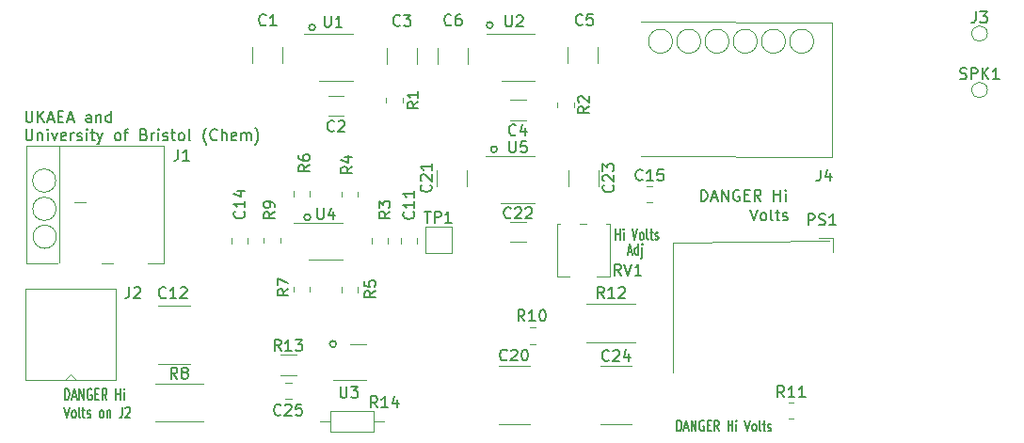
<source format=gbr>
%TF.GenerationSoftware,KiCad,Pcbnew,7.0.1*%
%TF.CreationDate,2024-02-12T12:04:44+00:00*%
%TF.ProjectId,UoB TICSP,556f4220-5449-4435-9350-2e6b69636164,1*%
%TF.SameCoordinates,Original*%
%TF.FileFunction,Legend,Top*%
%TF.FilePolarity,Positive*%
%FSLAX46Y46*%
G04 Gerber Fmt 4.6, Leading zero omitted, Abs format (unit mm)*
G04 Created by KiCad (PCBNEW 7.0.1) date 2024-02-12 12:04:44*
%MOMM*%
%LPD*%
G01*
G04 APERTURE LIST*
%ADD10C,0.150000*%
%ADD11C,0.120000*%
%ADD12C,0.100000*%
G04 APERTURE END LIST*
D10*
X113751405Y-85928200D02*
G75*
G03*
X113751405Y-85928200I-289605J0D01*
G01*
X127838200Y-57226200D02*
G75*
G03*
X127838200Y-57226200I-279400J0D01*
G01*
X111428400Y-74523600D02*
G75*
G03*
X111428400Y-74523600I-279400J0D01*
G01*
X111861600Y-57429400D02*
G75*
G03*
X111861600Y-57429400I-279400J0D01*
G01*
X128219200Y-68402200D02*
G75*
G03*
X128219200Y-68402200I-279400J0D01*
G01*
X144413266Y-93781419D02*
X144413266Y-92781419D01*
X144413266Y-92781419D02*
X144579933Y-92781419D01*
X144579933Y-92781419D02*
X144679933Y-92829038D01*
X144679933Y-92829038D02*
X144746600Y-92924276D01*
X144746600Y-92924276D02*
X144779933Y-93019514D01*
X144779933Y-93019514D02*
X144813266Y-93209990D01*
X144813266Y-93209990D02*
X144813266Y-93352847D01*
X144813266Y-93352847D02*
X144779933Y-93543323D01*
X144779933Y-93543323D02*
X144746600Y-93638561D01*
X144746600Y-93638561D02*
X144679933Y-93733800D01*
X144679933Y-93733800D02*
X144579933Y-93781419D01*
X144579933Y-93781419D02*
X144413266Y-93781419D01*
X145079933Y-93495704D02*
X145413266Y-93495704D01*
X145013266Y-93781419D02*
X145246600Y-92781419D01*
X145246600Y-92781419D02*
X145479933Y-93781419D01*
X145713266Y-93781419D02*
X145713266Y-92781419D01*
X145713266Y-92781419D02*
X146113266Y-93781419D01*
X146113266Y-93781419D02*
X146113266Y-92781419D01*
X146813266Y-92829038D02*
X146746599Y-92781419D01*
X146746599Y-92781419D02*
X146646599Y-92781419D01*
X146646599Y-92781419D02*
X146546599Y-92829038D01*
X146546599Y-92829038D02*
X146479933Y-92924276D01*
X146479933Y-92924276D02*
X146446599Y-93019514D01*
X146446599Y-93019514D02*
X146413266Y-93209990D01*
X146413266Y-93209990D02*
X146413266Y-93352847D01*
X146413266Y-93352847D02*
X146446599Y-93543323D01*
X146446599Y-93543323D02*
X146479933Y-93638561D01*
X146479933Y-93638561D02*
X146546599Y-93733800D01*
X146546599Y-93733800D02*
X146646599Y-93781419D01*
X146646599Y-93781419D02*
X146713266Y-93781419D01*
X146713266Y-93781419D02*
X146813266Y-93733800D01*
X146813266Y-93733800D02*
X146846599Y-93686180D01*
X146846599Y-93686180D02*
X146846599Y-93352847D01*
X146846599Y-93352847D02*
X146713266Y-93352847D01*
X147146599Y-93257609D02*
X147379933Y-93257609D01*
X147479933Y-93781419D02*
X147146599Y-93781419D01*
X147146599Y-93781419D02*
X147146599Y-92781419D01*
X147146599Y-92781419D02*
X147479933Y-92781419D01*
X148179932Y-93781419D02*
X147946599Y-93305228D01*
X147779932Y-93781419D02*
X147779932Y-92781419D01*
X147779932Y-92781419D02*
X148046599Y-92781419D01*
X148046599Y-92781419D02*
X148113266Y-92829038D01*
X148113266Y-92829038D02*
X148146599Y-92876657D01*
X148146599Y-92876657D02*
X148179932Y-92971895D01*
X148179932Y-92971895D02*
X148179932Y-93114752D01*
X148179932Y-93114752D02*
X148146599Y-93209990D01*
X148146599Y-93209990D02*
X148113266Y-93257609D01*
X148113266Y-93257609D02*
X148046599Y-93305228D01*
X148046599Y-93305228D02*
X147779932Y-93305228D01*
X149013265Y-93781419D02*
X149013265Y-92781419D01*
X149013265Y-93257609D02*
X149413265Y-93257609D01*
X149413265Y-93781419D02*
X149413265Y-92781419D01*
X149746598Y-93781419D02*
X149746598Y-93114752D01*
X149746598Y-92781419D02*
X149713265Y-92829038D01*
X149713265Y-92829038D02*
X149746598Y-92876657D01*
X149746598Y-92876657D02*
X149779932Y-92829038D01*
X149779932Y-92829038D02*
X149746598Y-92781419D01*
X149746598Y-92781419D02*
X149746598Y-92876657D01*
X150513264Y-92781419D02*
X150746598Y-93781419D01*
X150746598Y-93781419D02*
X150979931Y-92781419D01*
X151313264Y-93781419D02*
X151246598Y-93733800D01*
X151246598Y-93733800D02*
X151213264Y-93686180D01*
X151213264Y-93686180D02*
X151179931Y-93590942D01*
X151179931Y-93590942D02*
X151179931Y-93305228D01*
X151179931Y-93305228D02*
X151213264Y-93209990D01*
X151213264Y-93209990D02*
X151246598Y-93162371D01*
X151246598Y-93162371D02*
X151313264Y-93114752D01*
X151313264Y-93114752D02*
X151413264Y-93114752D01*
X151413264Y-93114752D02*
X151479931Y-93162371D01*
X151479931Y-93162371D02*
X151513264Y-93209990D01*
X151513264Y-93209990D02*
X151546598Y-93305228D01*
X151546598Y-93305228D02*
X151546598Y-93590942D01*
X151546598Y-93590942D02*
X151513264Y-93686180D01*
X151513264Y-93686180D02*
X151479931Y-93733800D01*
X151479931Y-93733800D02*
X151413264Y-93781419D01*
X151413264Y-93781419D02*
X151313264Y-93781419D01*
X151946597Y-93781419D02*
X151879931Y-93733800D01*
X151879931Y-93733800D02*
X151846597Y-93638561D01*
X151846597Y-93638561D02*
X151846597Y-92781419D01*
X152113264Y-93114752D02*
X152379931Y-93114752D01*
X152213264Y-92781419D02*
X152213264Y-93638561D01*
X152213264Y-93638561D02*
X152246598Y-93733800D01*
X152246598Y-93733800D02*
X152313264Y-93781419D01*
X152313264Y-93781419D02*
X152379931Y-93781419D01*
X152579931Y-93733800D02*
X152646598Y-93781419D01*
X152646598Y-93781419D02*
X152779931Y-93781419D01*
X152779931Y-93781419D02*
X152846598Y-93733800D01*
X152846598Y-93733800D02*
X152879931Y-93638561D01*
X152879931Y-93638561D02*
X152879931Y-93590942D01*
X152879931Y-93590942D02*
X152846598Y-93495704D01*
X152846598Y-93495704D02*
X152779931Y-93448085D01*
X152779931Y-93448085D02*
X152679931Y-93448085D01*
X152679931Y-93448085D02*
X152613264Y-93400466D01*
X152613264Y-93400466D02*
X152579931Y-93305228D01*
X152579931Y-93305228D02*
X152579931Y-93257609D01*
X152579931Y-93257609D02*
X152613264Y-93162371D01*
X152613264Y-93162371D02*
X152679931Y-93114752D01*
X152679931Y-93114752D02*
X152779931Y-93114752D01*
X152779931Y-93114752D02*
X152846598Y-93162371D01*
X89346066Y-90962019D02*
X89346066Y-89962019D01*
X89346066Y-89962019D02*
X89512733Y-89962019D01*
X89512733Y-89962019D02*
X89612733Y-90009638D01*
X89612733Y-90009638D02*
X89679400Y-90104876D01*
X89679400Y-90104876D02*
X89712733Y-90200114D01*
X89712733Y-90200114D02*
X89746066Y-90390590D01*
X89746066Y-90390590D02*
X89746066Y-90533447D01*
X89746066Y-90533447D02*
X89712733Y-90723923D01*
X89712733Y-90723923D02*
X89679400Y-90819161D01*
X89679400Y-90819161D02*
X89612733Y-90914400D01*
X89612733Y-90914400D02*
X89512733Y-90962019D01*
X89512733Y-90962019D02*
X89346066Y-90962019D01*
X90012733Y-90676304D02*
X90346066Y-90676304D01*
X89946066Y-90962019D02*
X90179400Y-89962019D01*
X90179400Y-89962019D02*
X90412733Y-90962019D01*
X90646066Y-90962019D02*
X90646066Y-89962019D01*
X90646066Y-89962019D02*
X91046066Y-90962019D01*
X91046066Y-90962019D02*
X91046066Y-89962019D01*
X91746066Y-90009638D02*
X91679399Y-89962019D01*
X91679399Y-89962019D02*
X91579399Y-89962019D01*
X91579399Y-89962019D02*
X91479399Y-90009638D01*
X91479399Y-90009638D02*
X91412733Y-90104876D01*
X91412733Y-90104876D02*
X91379399Y-90200114D01*
X91379399Y-90200114D02*
X91346066Y-90390590D01*
X91346066Y-90390590D02*
X91346066Y-90533447D01*
X91346066Y-90533447D02*
X91379399Y-90723923D01*
X91379399Y-90723923D02*
X91412733Y-90819161D01*
X91412733Y-90819161D02*
X91479399Y-90914400D01*
X91479399Y-90914400D02*
X91579399Y-90962019D01*
X91579399Y-90962019D02*
X91646066Y-90962019D01*
X91646066Y-90962019D02*
X91746066Y-90914400D01*
X91746066Y-90914400D02*
X91779399Y-90866780D01*
X91779399Y-90866780D02*
X91779399Y-90533447D01*
X91779399Y-90533447D02*
X91646066Y-90533447D01*
X92079399Y-90438209D02*
X92312733Y-90438209D01*
X92412733Y-90962019D02*
X92079399Y-90962019D01*
X92079399Y-90962019D02*
X92079399Y-89962019D01*
X92079399Y-89962019D02*
X92412733Y-89962019D01*
X93112732Y-90962019D02*
X92879399Y-90485828D01*
X92712732Y-90962019D02*
X92712732Y-89962019D01*
X92712732Y-89962019D02*
X92979399Y-89962019D01*
X92979399Y-89962019D02*
X93046066Y-90009638D01*
X93046066Y-90009638D02*
X93079399Y-90057257D01*
X93079399Y-90057257D02*
X93112732Y-90152495D01*
X93112732Y-90152495D02*
X93112732Y-90295352D01*
X93112732Y-90295352D02*
X93079399Y-90390590D01*
X93079399Y-90390590D02*
X93046066Y-90438209D01*
X93046066Y-90438209D02*
X92979399Y-90485828D01*
X92979399Y-90485828D02*
X92712732Y-90485828D01*
X93946065Y-90962019D02*
X93946065Y-89962019D01*
X93946065Y-90438209D02*
X94346065Y-90438209D01*
X94346065Y-90962019D02*
X94346065Y-89962019D01*
X94679398Y-90962019D02*
X94679398Y-90295352D01*
X94679398Y-89962019D02*
X94646065Y-90009638D01*
X94646065Y-90009638D02*
X94679398Y-90057257D01*
X94679398Y-90057257D02*
X94712732Y-90009638D01*
X94712732Y-90009638D02*
X94679398Y-89962019D01*
X94679398Y-89962019D02*
X94679398Y-90057257D01*
X85836095Y-64974019D02*
X85836095Y-65783542D01*
X85836095Y-65783542D02*
X85883714Y-65878780D01*
X85883714Y-65878780D02*
X85931333Y-65926400D01*
X85931333Y-65926400D02*
X86026571Y-65974019D01*
X86026571Y-65974019D02*
X86217047Y-65974019D01*
X86217047Y-65974019D02*
X86312285Y-65926400D01*
X86312285Y-65926400D02*
X86359904Y-65878780D01*
X86359904Y-65878780D02*
X86407523Y-65783542D01*
X86407523Y-65783542D02*
X86407523Y-64974019D01*
X86883714Y-65974019D02*
X86883714Y-64974019D01*
X87455142Y-65974019D02*
X87026571Y-65402590D01*
X87455142Y-64974019D02*
X86883714Y-65545447D01*
X87836095Y-65688304D02*
X88312285Y-65688304D01*
X87740857Y-65974019D02*
X88074190Y-64974019D01*
X88074190Y-64974019D02*
X88407523Y-65974019D01*
X88740857Y-65450209D02*
X89074190Y-65450209D01*
X89217047Y-65974019D02*
X88740857Y-65974019D01*
X88740857Y-65974019D02*
X88740857Y-64974019D01*
X88740857Y-64974019D02*
X89217047Y-64974019D01*
X89598000Y-65688304D02*
X90074190Y-65688304D01*
X89502762Y-65974019D02*
X89836095Y-64974019D01*
X89836095Y-64974019D02*
X90169428Y-65974019D01*
X91693238Y-65974019D02*
X91693238Y-65450209D01*
X91693238Y-65450209D02*
X91645619Y-65354971D01*
X91645619Y-65354971D02*
X91550381Y-65307352D01*
X91550381Y-65307352D02*
X91359905Y-65307352D01*
X91359905Y-65307352D02*
X91264667Y-65354971D01*
X91693238Y-65926400D02*
X91598000Y-65974019D01*
X91598000Y-65974019D02*
X91359905Y-65974019D01*
X91359905Y-65974019D02*
X91264667Y-65926400D01*
X91264667Y-65926400D02*
X91217048Y-65831161D01*
X91217048Y-65831161D02*
X91217048Y-65735923D01*
X91217048Y-65735923D02*
X91264667Y-65640685D01*
X91264667Y-65640685D02*
X91359905Y-65593066D01*
X91359905Y-65593066D02*
X91598000Y-65593066D01*
X91598000Y-65593066D02*
X91693238Y-65545447D01*
X92169429Y-65307352D02*
X92169429Y-65974019D01*
X92169429Y-65402590D02*
X92217048Y-65354971D01*
X92217048Y-65354971D02*
X92312286Y-65307352D01*
X92312286Y-65307352D02*
X92455143Y-65307352D01*
X92455143Y-65307352D02*
X92550381Y-65354971D01*
X92550381Y-65354971D02*
X92598000Y-65450209D01*
X92598000Y-65450209D02*
X92598000Y-65974019D01*
X93502762Y-65974019D02*
X93502762Y-64974019D01*
X93502762Y-65926400D02*
X93407524Y-65974019D01*
X93407524Y-65974019D02*
X93217048Y-65974019D01*
X93217048Y-65974019D02*
X93121810Y-65926400D01*
X93121810Y-65926400D02*
X93074191Y-65878780D01*
X93074191Y-65878780D02*
X93026572Y-65783542D01*
X93026572Y-65783542D02*
X93026572Y-65497828D01*
X93026572Y-65497828D02*
X93074191Y-65402590D01*
X93074191Y-65402590D02*
X93121810Y-65354971D01*
X93121810Y-65354971D02*
X93217048Y-65307352D01*
X93217048Y-65307352D02*
X93407524Y-65307352D01*
X93407524Y-65307352D02*
X93502762Y-65354971D01*
X85836095Y-66594019D02*
X85836095Y-67403542D01*
X85836095Y-67403542D02*
X85883714Y-67498780D01*
X85883714Y-67498780D02*
X85931333Y-67546400D01*
X85931333Y-67546400D02*
X86026571Y-67594019D01*
X86026571Y-67594019D02*
X86217047Y-67594019D01*
X86217047Y-67594019D02*
X86312285Y-67546400D01*
X86312285Y-67546400D02*
X86359904Y-67498780D01*
X86359904Y-67498780D02*
X86407523Y-67403542D01*
X86407523Y-67403542D02*
X86407523Y-66594019D01*
X86883714Y-66927352D02*
X86883714Y-67594019D01*
X86883714Y-67022590D02*
X86931333Y-66974971D01*
X86931333Y-66974971D02*
X87026571Y-66927352D01*
X87026571Y-66927352D02*
X87169428Y-66927352D01*
X87169428Y-66927352D02*
X87264666Y-66974971D01*
X87264666Y-66974971D02*
X87312285Y-67070209D01*
X87312285Y-67070209D02*
X87312285Y-67594019D01*
X87788476Y-67594019D02*
X87788476Y-66927352D01*
X87788476Y-66594019D02*
X87740857Y-66641638D01*
X87740857Y-66641638D02*
X87788476Y-66689257D01*
X87788476Y-66689257D02*
X87836095Y-66641638D01*
X87836095Y-66641638D02*
X87788476Y-66594019D01*
X87788476Y-66594019D02*
X87788476Y-66689257D01*
X88169428Y-66927352D02*
X88407523Y-67594019D01*
X88407523Y-67594019D02*
X88645618Y-66927352D01*
X89407523Y-67546400D02*
X89312285Y-67594019D01*
X89312285Y-67594019D02*
X89121809Y-67594019D01*
X89121809Y-67594019D02*
X89026571Y-67546400D01*
X89026571Y-67546400D02*
X88978952Y-67451161D01*
X88978952Y-67451161D02*
X88978952Y-67070209D01*
X88978952Y-67070209D02*
X89026571Y-66974971D01*
X89026571Y-66974971D02*
X89121809Y-66927352D01*
X89121809Y-66927352D02*
X89312285Y-66927352D01*
X89312285Y-66927352D02*
X89407523Y-66974971D01*
X89407523Y-66974971D02*
X89455142Y-67070209D01*
X89455142Y-67070209D02*
X89455142Y-67165447D01*
X89455142Y-67165447D02*
X88978952Y-67260685D01*
X89883714Y-67594019D02*
X89883714Y-66927352D01*
X89883714Y-67117828D02*
X89931333Y-67022590D01*
X89931333Y-67022590D02*
X89978952Y-66974971D01*
X89978952Y-66974971D02*
X90074190Y-66927352D01*
X90074190Y-66927352D02*
X90169428Y-66927352D01*
X90455143Y-67546400D02*
X90550381Y-67594019D01*
X90550381Y-67594019D02*
X90740857Y-67594019D01*
X90740857Y-67594019D02*
X90836095Y-67546400D01*
X90836095Y-67546400D02*
X90883714Y-67451161D01*
X90883714Y-67451161D02*
X90883714Y-67403542D01*
X90883714Y-67403542D02*
X90836095Y-67308304D01*
X90836095Y-67308304D02*
X90740857Y-67260685D01*
X90740857Y-67260685D02*
X90598000Y-67260685D01*
X90598000Y-67260685D02*
X90502762Y-67213066D01*
X90502762Y-67213066D02*
X90455143Y-67117828D01*
X90455143Y-67117828D02*
X90455143Y-67070209D01*
X90455143Y-67070209D02*
X90502762Y-66974971D01*
X90502762Y-66974971D02*
X90598000Y-66927352D01*
X90598000Y-66927352D02*
X90740857Y-66927352D01*
X90740857Y-66927352D02*
X90836095Y-66974971D01*
X91312286Y-67594019D02*
X91312286Y-66927352D01*
X91312286Y-66594019D02*
X91264667Y-66641638D01*
X91264667Y-66641638D02*
X91312286Y-66689257D01*
X91312286Y-66689257D02*
X91359905Y-66641638D01*
X91359905Y-66641638D02*
X91312286Y-66594019D01*
X91312286Y-66594019D02*
X91312286Y-66689257D01*
X91645619Y-66927352D02*
X92026571Y-66927352D01*
X91788476Y-66594019D02*
X91788476Y-67451161D01*
X91788476Y-67451161D02*
X91836095Y-67546400D01*
X91836095Y-67546400D02*
X91931333Y-67594019D01*
X91931333Y-67594019D02*
X92026571Y-67594019D01*
X92264667Y-66927352D02*
X92502762Y-67594019D01*
X92740857Y-66927352D02*
X92502762Y-67594019D01*
X92502762Y-67594019D02*
X92407524Y-67832114D01*
X92407524Y-67832114D02*
X92359905Y-67879733D01*
X92359905Y-67879733D02*
X92264667Y-67927352D01*
X94026572Y-67594019D02*
X93931334Y-67546400D01*
X93931334Y-67546400D02*
X93883715Y-67498780D01*
X93883715Y-67498780D02*
X93836096Y-67403542D01*
X93836096Y-67403542D02*
X93836096Y-67117828D01*
X93836096Y-67117828D02*
X93883715Y-67022590D01*
X93883715Y-67022590D02*
X93931334Y-66974971D01*
X93931334Y-66974971D02*
X94026572Y-66927352D01*
X94026572Y-66927352D02*
X94169429Y-66927352D01*
X94169429Y-66927352D02*
X94264667Y-66974971D01*
X94264667Y-66974971D02*
X94312286Y-67022590D01*
X94312286Y-67022590D02*
X94359905Y-67117828D01*
X94359905Y-67117828D02*
X94359905Y-67403542D01*
X94359905Y-67403542D02*
X94312286Y-67498780D01*
X94312286Y-67498780D02*
X94264667Y-67546400D01*
X94264667Y-67546400D02*
X94169429Y-67594019D01*
X94169429Y-67594019D02*
X94026572Y-67594019D01*
X94645620Y-66927352D02*
X95026572Y-66927352D01*
X94788477Y-67594019D02*
X94788477Y-66736876D01*
X94788477Y-66736876D02*
X94836096Y-66641638D01*
X94836096Y-66641638D02*
X94931334Y-66594019D01*
X94931334Y-66594019D02*
X95026572Y-66594019D01*
X96455144Y-67070209D02*
X96598001Y-67117828D01*
X96598001Y-67117828D02*
X96645620Y-67165447D01*
X96645620Y-67165447D02*
X96693239Y-67260685D01*
X96693239Y-67260685D02*
X96693239Y-67403542D01*
X96693239Y-67403542D02*
X96645620Y-67498780D01*
X96645620Y-67498780D02*
X96598001Y-67546400D01*
X96598001Y-67546400D02*
X96502763Y-67594019D01*
X96502763Y-67594019D02*
X96121811Y-67594019D01*
X96121811Y-67594019D02*
X96121811Y-66594019D01*
X96121811Y-66594019D02*
X96455144Y-66594019D01*
X96455144Y-66594019D02*
X96550382Y-66641638D01*
X96550382Y-66641638D02*
X96598001Y-66689257D01*
X96598001Y-66689257D02*
X96645620Y-66784495D01*
X96645620Y-66784495D02*
X96645620Y-66879733D01*
X96645620Y-66879733D02*
X96598001Y-66974971D01*
X96598001Y-66974971D02*
X96550382Y-67022590D01*
X96550382Y-67022590D02*
X96455144Y-67070209D01*
X96455144Y-67070209D02*
X96121811Y-67070209D01*
X97121811Y-67594019D02*
X97121811Y-66927352D01*
X97121811Y-67117828D02*
X97169430Y-67022590D01*
X97169430Y-67022590D02*
X97217049Y-66974971D01*
X97217049Y-66974971D02*
X97312287Y-66927352D01*
X97312287Y-66927352D02*
X97407525Y-66927352D01*
X97740859Y-67594019D02*
X97740859Y-66927352D01*
X97740859Y-66594019D02*
X97693240Y-66641638D01*
X97693240Y-66641638D02*
X97740859Y-66689257D01*
X97740859Y-66689257D02*
X97788478Y-66641638D01*
X97788478Y-66641638D02*
X97740859Y-66594019D01*
X97740859Y-66594019D02*
X97740859Y-66689257D01*
X98169430Y-67546400D02*
X98264668Y-67594019D01*
X98264668Y-67594019D02*
X98455144Y-67594019D01*
X98455144Y-67594019D02*
X98550382Y-67546400D01*
X98550382Y-67546400D02*
X98598001Y-67451161D01*
X98598001Y-67451161D02*
X98598001Y-67403542D01*
X98598001Y-67403542D02*
X98550382Y-67308304D01*
X98550382Y-67308304D02*
X98455144Y-67260685D01*
X98455144Y-67260685D02*
X98312287Y-67260685D01*
X98312287Y-67260685D02*
X98217049Y-67213066D01*
X98217049Y-67213066D02*
X98169430Y-67117828D01*
X98169430Y-67117828D02*
X98169430Y-67070209D01*
X98169430Y-67070209D02*
X98217049Y-66974971D01*
X98217049Y-66974971D02*
X98312287Y-66927352D01*
X98312287Y-66927352D02*
X98455144Y-66927352D01*
X98455144Y-66927352D02*
X98550382Y-66974971D01*
X98883716Y-66927352D02*
X99264668Y-66927352D01*
X99026573Y-66594019D02*
X99026573Y-67451161D01*
X99026573Y-67451161D02*
X99074192Y-67546400D01*
X99074192Y-67546400D02*
X99169430Y-67594019D01*
X99169430Y-67594019D02*
X99264668Y-67594019D01*
X99740859Y-67594019D02*
X99645621Y-67546400D01*
X99645621Y-67546400D02*
X99598002Y-67498780D01*
X99598002Y-67498780D02*
X99550383Y-67403542D01*
X99550383Y-67403542D02*
X99550383Y-67117828D01*
X99550383Y-67117828D02*
X99598002Y-67022590D01*
X99598002Y-67022590D02*
X99645621Y-66974971D01*
X99645621Y-66974971D02*
X99740859Y-66927352D01*
X99740859Y-66927352D02*
X99883716Y-66927352D01*
X99883716Y-66927352D02*
X99978954Y-66974971D01*
X99978954Y-66974971D02*
X100026573Y-67022590D01*
X100026573Y-67022590D02*
X100074192Y-67117828D01*
X100074192Y-67117828D02*
X100074192Y-67403542D01*
X100074192Y-67403542D02*
X100026573Y-67498780D01*
X100026573Y-67498780D02*
X99978954Y-67546400D01*
X99978954Y-67546400D02*
X99883716Y-67594019D01*
X99883716Y-67594019D02*
X99740859Y-67594019D01*
X100645621Y-67594019D02*
X100550383Y-67546400D01*
X100550383Y-67546400D02*
X100502764Y-67451161D01*
X100502764Y-67451161D02*
X100502764Y-66594019D01*
X102074193Y-67974971D02*
X102026574Y-67927352D01*
X102026574Y-67927352D02*
X101931336Y-67784495D01*
X101931336Y-67784495D02*
X101883717Y-67689257D01*
X101883717Y-67689257D02*
X101836098Y-67546400D01*
X101836098Y-67546400D02*
X101788479Y-67308304D01*
X101788479Y-67308304D02*
X101788479Y-67117828D01*
X101788479Y-67117828D02*
X101836098Y-66879733D01*
X101836098Y-66879733D02*
X101883717Y-66736876D01*
X101883717Y-66736876D02*
X101931336Y-66641638D01*
X101931336Y-66641638D02*
X102026574Y-66498780D01*
X102026574Y-66498780D02*
X102074193Y-66451161D01*
X103026574Y-67498780D02*
X102978955Y-67546400D01*
X102978955Y-67546400D02*
X102836098Y-67594019D01*
X102836098Y-67594019D02*
X102740860Y-67594019D01*
X102740860Y-67594019D02*
X102598003Y-67546400D01*
X102598003Y-67546400D02*
X102502765Y-67451161D01*
X102502765Y-67451161D02*
X102455146Y-67355923D01*
X102455146Y-67355923D02*
X102407527Y-67165447D01*
X102407527Y-67165447D02*
X102407527Y-67022590D01*
X102407527Y-67022590D02*
X102455146Y-66832114D01*
X102455146Y-66832114D02*
X102502765Y-66736876D01*
X102502765Y-66736876D02*
X102598003Y-66641638D01*
X102598003Y-66641638D02*
X102740860Y-66594019D01*
X102740860Y-66594019D02*
X102836098Y-66594019D01*
X102836098Y-66594019D02*
X102978955Y-66641638D01*
X102978955Y-66641638D02*
X103026574Y-66689257D01*
X103455146Y-67594019D02*
X103455146Y-66594019D01*
X103883717Y-67594019D02*
X103883717Y-67070209D01*
X103883717Y-67070209D02*
X103836098Y-66974971D01*
X103836098Y-66974971D02*
X103740860Y-66927352D01*
X103740860Y-66927352D02*
X103598003Y-66927352D01*
X103598003Y-66927352D02*
X103502765Y-66974971D01*
X103502765Y-66974971D02*
X103455146Y-67022590D01*
X104740860Y-67546400D02*
X104645622Y-67594019D01*
X104645622Y-67594019D02*
X104455146Y-67594019D01*
X104455146Y-67594019D02*
X104359908Y-67546400D01*
X104359908Y-67546400D02*
X104312289Y-67451161D01*
X104312289Y-67451161D02*
X104312289Y-67070209D01*
X104312289Y-67070209D02*
X104359908Y-66974971D01*
X104359908Y-66974971D02*
X104455146Y-66927352D01*
X104455146Y-66927352D02*
X104645622Y-66927352D01*
X104645622Y-66927352D02*
X104740860Y-66974971D01*
X104740860Y-66974971D02*
X104788479Y-67070209D01*
X104788479Y-67070209D02*
X104788479Y-67165447D01*
X104788479Y-67165447D02*
X104312289Y-67260685D01*
X105217051Y-67594019D02*
X105217051Y-66927352D01*
X105217051Y-67022590D02*
X105264670Y-66974971D01*
X105264670Y-66974971D02*
X105359908Y-66927352D01*
X105359908Y-66927352D02*
X105502765Y-66927352D01*
X105502765Y-66927352D02*
X105598003Y-66974971D01*
X105598003Y-66974971D02*
X105645622Y-67070209D01*
X105645622Y-67070209D02*
X105645622Y-67594019D01*
X105645622Y-67070209D02*
X105693241Y-66974971D01*
X105693241Y-66974971D02*
X105788479Y-66927352D01*
X105788479Y-66927352D02*
X105931336Y-66927352D01*
X105931336Y-66927352D02*
X106026575Y-66974971D01*
X106026575Y-66974971D02*
X106074194Y-67070209D01*
X106074194Y-67070209D02*
X106074194Y-67594019D01*
X106455146Y-67974971D02*
X106502765Y-67927352D01*
X106502765Y-67927352D02*
X106598003Y-67784495D01*
X106598003Y-67784495D02*
X106645622Y-67689257D01*
X106645622Y-67689257D02*
X106693241Y-67546400D01*
X106693241Y-67546400D02*
X106740860Y-67308304D01*
X106740860Y-67308304D02*
X106740860Y-67117828D01*
X106740860Y-67117828D02*
X106693241Y-66879733D01*
X106693241Y-66879733D02*
X106645622Y-66736876D01*
X106645622Y-66736876D02*
X106598003Y-66641638D01*
X106598003Y-66641638D02*
X106502765Y-66498780D01*
X106502765Y-66498780D02*
X106455146Y-66451161D01*
X138876066Y-76560219D02*
X138876066Y-75560219D01*
X138876066Y-76036409D02*
X139276066Y-76036409D01*
X139276066Y-76560219D02*
X139276066Y-75560219D01*
X139609399Y-76560219D02*
X139609399Y-75893552D01*
X139609399Y-75560219D02*
X139576066Y-75607838D01*
X139576066Y-75607838D02*
X139609399Y-75655457D01*
X139609399Y-75655457D02*
X139642733Y-75607838D01*
X139642733Y-75607838D02*
X139609399Y-75560219D01*
X139609399Y-75560219D02*
X139609399Y-75655457D01*
X140376065Y-75560219D02*
X140609399Y-76560219D01*
X140609399Y-76560219D02*
X140842732Y-75560219D01*
X141176065Y-76560219D02*
X141109399Y-76512600D01*
X141109399Y-76512600D02*
X141076065Y-76464980D01*
X141076065Y-76464980D02*
X141042732Y-76369742D01*
X141042732Y-76369742D02*
X141042732Y-76084028D01*
X141042732Y-76084028D02*
X141076065Y-75988790D01*
X141076065Y-75988790D02*
X141109399Y-75941171D01*
X141109399Y-75941171D02*
X141176065Y-75893552D01*
X141176065Y-75893552D02*
X141276065Y-75893552D01*
X141276065Y-75893552D02*
X141342732Y-75941171D01*
X141342732Y-75941171D02*
X141376065Y-75988790D01*
X141376065Y-75988790D02*
X141409399Y-76084028D01*
X141409399Y-76084028D02*
X141409399Y-76369742D01*
X141409399Y-76369742D02*
X141376065Y-76464980D01*
X141376065Y-76464980D02*
X141342732Y-76512600D01*
X141342732Y-76512600D02*
X141276065Y-76560219D01*
X141276065Y-76560219D02*
X141176065Y-76560219D01*
X141809398Y-76560219D02*
X141742732Y-76512600D01*
X141742732Y-76512600D02*
X141709398Y-76417361D01*
X141709398Y-76417361D02*
X141709398Y-75560219D01*
X141976065Y-75893552D02*
X142242732Y-75893552D01*
X142076065Y-75560219D02*
X142076065Y-76417361D01*
X142076065Y-76417361D02*
X142109399Y-76512600D01*
X142109399Y-76512600D02*
X142176065Y-76560219D01*
X142176065Y-76560219D02*
X142242732Y-76560219D01*
X142442732Y-76512600D02*
X142509399Y-76560219D01*
X142509399Y-76560219D02*
X142642732Y-76560219D01*
X142642732Y-76560219D02*
X142709399Y-76512600D01*
X142709399Y-76512600D02*
X142742732Y-76417361D01*
X142742732Y-76417361D02*
X142742732Y-76369742D01*
X142742732Y-76369742D02*
X142709399Y-76274504D01*
X142709399Y-76274504D02*
X142642732Y-76226885D01*
X142642732Y-76226885D02*
X142542732Y-76226885D01*
X142542732Y-76226885D02*
X142476065Y-76179266D01*
X142476065Y-76179266D02*
X142442732Y-76084028D01*
X142442732Y-76084028D02*
X142442732Y-76036409D01*
X142442732Y-76036409D02*
X142476065Y-75941171D01*
X142476065Y-75941171D02*
X142542732Y-75893552D01*
X142542732Y-75893552D02*
X142642732Y-75893552D01*
X142642732Y-75893552D02*
X142709399Y-75941171D01*
X89296866Y-91587619D02*
X89530200Y-92587619D01*
X89530200Y-92587619D02*
X89763533Y-91587619D01*
X90096866Y-92587619D02*
X90030200Y-92540000D01*
X90030200Y-92540000D02*
X89996866Y-92492380D01*
X89996866Y-92492380D02*
X89963533Y-92397142D01*
X89963533Y-92397142D02*
X89963533Y-92111428D01*
X89963533Y-92111428D02*
X89996866Y-92016190D01*
X89996866Y-92016190D02*
X90030200Y-91968571D01*
X90030200Y-91968571D02*
X90096866Y-91920952D01*
X90096866Y-91920952D02*
X90196866Y-91920952D01*
X90196866Y-91920952D02*
X90263533Y-91968571D01*
X90263533Y-91968571D02*
X90296866Y-92016190D01*
X90296866Y-92016190D02*
X90330200Y-92111428D01*
X90330200Y-92111428D02*
X90330200Y-92397142D01*
X90330200Y-92397142D02*
X90296866Y-92492380D01*
X90296866Y-92492380D02*
X90263533Y-92540000D01*
X90263533Y-92540000D02*
X90196866Y-92587619D01*
X90196866Y-92587619D02*
X90096866Y-92587619D01*
X90730199Y-92587619D02*
X90663533Y-92540000D01*
X90663533Y-92540000D02*
X90630199Y-92444761D01*
X90630199Y-92444761D02*
X90630199Y-91587619D01*
X90896866Y-91920952D02*
X91163533Y-91920952D01*
X90996866Y-91587619D02*
X90996866Y-92444761D01*
X90996866Y-92444761D02*
X91030200Y-92540000D01*
X91030200Y-92540000D02*
X91096866Y-92587619D01*
X91096866Y-92587619D02*
X91163533Y-92587619D01*
X91363533Y-92540000D02*
X91430200Y-92587619D01*
X91430200Y-92587619D02*
X91563533Y-92587619D01*
X91563533Y-92587619D02*
X91630200Y-92540000D01*
X91630200Y-92540000D02*
X91663533Y-92444761D01*
X91663533Y-92444761D02*
X91663533Y-92397142D01*
X91663533Y-92397142D02*
X91630200Y-92301904D01*
X91630200Y-92301904D02*
X91563533Y-92254285D01*
X91563533Y-92254285D02*
X91463533Y-92254285D01*
X91463533Y-92254285D02*
X91396866Y-92206666D01*
X91396866Y-92206666D02*
X91363533Y-92111428D01*
X91363533Y-92111428D02*
X91363533Y-92063809D01*
X91363533Y-92063809D02*
X91396866Y-91968571D01*
X91396866Y-91968571D02*
X91463533Y-91920952D01*
X91463533Y-91920952D02*
X91563533Y-91920952D01*
X91563533Y-91920952D02*
X91630200Y-91968571D01*
X92596866Y-92587619D02*
X92530200Y-92540000D01*
X92530200Y-92540000D02*
X92496866Y-92492380D01*
X92496866Y-92492380D02*
X92463533Y-92397142D01*
X92463533Y-92397142D02*
X92463533Y-92111428D01*
X92463533Y-92111428D02*
X92496866Y-92016190D01*
X92496866Y-92016190D02*
X92530200Y-91968571D01*
X92530200Y-91968571D02*
X92596866Y-91920952D01*
X92596866Y-91920952D02*
X92696866Y-91920952D01*
X92696866Y-91920952D02*
X92763533Y-91968571D01*
X92763533Y-91968571D02*
X92796866Y-92016190D01*
X92796866Y-92016190D02*
X92830200Y-92111428D01*
X92830200Y-92111428D02*
X92830200Y-92397142D01*
X92830200Y-92397142D02*
X92796866Y-92492380D01*
X92796866Y-92492380D02*
X92763533Y-92540000D01*
X92763533Y-92540000D02*
X92696866Y-92587619D01*
X92696866Y-92587619D02*
X92596866Y-92587619D01*
X93130199Y-91920952D02*
X93130199Y-92587619D01*
X93130199Y-92016190D02*
X93163533Y-91968571D01*
X93163533Y-91968571D02*
X93230199Y-91920952D01*
X93230199Y-91920952D02*
X93330199Y-91920952D01*
X93330199Y-91920952D02*
X93396866Y-91968571D01*
X93396866Y-91968571D02*
X93430199Y-92063809D01*
X93430199Y-92063809D02*
X93430199Y-92587619D01*
X94496865Y-91587619D02*
X94496865Y-92301904D01*
X94496865Y-92301904D02*
X94463532Y-92444761D01*
X94463532Y-92444761D02*
X94396865Y-92540000D01*
X94396865Y-92540000D02*
X94296865Y-92587619D01*
X94296865Y-92587619D02*
X94230199Y-92587619D01*
X94796865Y-91682857D02*
X94830198Y-91635238D01*
X94830198Y-91635238D02*
X94896865Y-91587619D01*
X94896865Y-91587619D02*
X95063532Y-91587619D01*
X95063532Y-91587619D02*
X95130198Y-91635238D01*
X95130198Y-91635238D02*
X95163532Y-91682857D01*
X95163532Y-91682857D02*
X95196865Y-91778095D01*
X95196865Y-91778095D02*
X95196865Y-91873333D01*
X95196865Y-91873333D02*
X95163532Y-92016190D01*
X95163532Y-92016190D02*
X94763532Y-92587619D01*
X94763532Y-92587619D02*
X95196865Y-92587619D01*
X140011133Y-77620704D02*
X140344466Y-77620704D01*
X139944466Y-77906419D02*
X140177800Y-76906419D01*
X140177800Y-76906419D02*
X140411133Y-77906419D01*
X140944466Y-77906419D02*
X140944466Y-76906419D01*
X140944466Y-77858800D02*
X140877800Y-77906419D01*
X140877800Y-77906419D02*
X140744466Y-77906419D01*
X140744466Y-77906419D02*
X140677800Y-77858800D01*
X140677800Y-77858800D02*
X140644466Y-77811180D01*
X140644466Y-77811180D02*
X140611133Y-77715942D01*
X140611133Y-77715942D02*
X140611133Y-77430228D01*
X140611133Y-77430228D02*
X140644466Y-77334990D01*
X140644466Y-77334990D02*
X140677800Y-77287371D01*
X140677800Y-77287371D02*
X140744466Y-77239752D01*
X140744466Y-77239752D02*
X140877800Y-77239752D01*
X140877800Y-77239752D02*
X140944466Y-77287371D01*
X141277799Y-77239752D02*
X141277799Y-78096895D01*
X141277799Y-78096895D02*
X141244466Y-78192133D01*
X141244466Y-78192133D02*
X141177799Y-78239752D01*
X141177799Y-78239752D02*
X141144466Y-78239752D01*
X141277799Y-76906419D02*
X141244466Y-76954038D01*
X141244466Y-76954038D02*
X141277799Y-77001657D01*
X141277799Y-77001657D02*
X141311133Y-76954038D01*
X141311133Y-76954038D02*
X141277799Y-76906419D01*
X141277799Y-76906419D02*
X141277799Y-77001657D01*
X146567495Y-73055019D02*
X146567495Y-72055019D01*
X146567495Y-72055019D02*
X146805590Y-72055019D01*
X146805590Y-72055019D02*
X146948447Y-72102638D01*
X146948447Y-72102638D02*
X147043685Y-72197876D01*
X147043685Y-72197876D02*
X147091304Y-72293114D01*
X147091304Y-72293114D02*
X147138923Y-72483590D01*
X147138923Y-72483590D02*
X147138923Y-72626447D01*
X147138923Y-72626447D02*
X147091304Y-72816923D01*
X147091304Y-72816923D02*
X147043685Y-72912161D01*
X147043685Y-72912161D02*
X146948447Y-73007400D01*
X146948447Y-73007400D02*
X146805590Y-73055019D01*
X146805590Y-73055019D02*
X146567495Y-73055019D01*
X147519876Y-72769304D02*
X147996066Y-72769304D01*
X147424638Y-73055019D02*
X147757971Y-72055019D01*
X147757971Y-72055019D02*
X148091304Y-73055019D01*
X148424638Y-73055019D02*
X148424638Y-72055019D01*
X148424638Y-72055019D02*
X148996066Y-73055019D01*
X148996066Y-73055019D02*
X148996066Y-72055019D01*
X149996066Y-72102638D02*
X149900828Y-72055019D01*
X149900828Y-72055019D02*
X149757971Y-72055019D01*
X149757971Y-72055019D02*
X149615114Y-72102638D01*
X149615114Y-72102638D02*
X149519876Y-72197876D01*
X149519876Y-72197876D02*
X149472257Y-72293114D01*
X149472257Y-72293114D02*
X149424638Y-72483590D01*
X149424638Y-72483590D02*
X149424638Y-72626447D01*
X149424638Y-72626447D02*
X149472257Y-72816923D01*
X149472257Y-72816923D02*
X149519876Y-72912161D01*
X149519876Y-72912161D02*
X149615114Y-73007400D01*
X149615114Y-73007400D02*
X149757971Y-73055019D01*
X149757971Y-73055019D02*
X149853209Y-73055019D01*
X149853209Y-73055019D02*
X149996066Y-73007400D01*
X149996066Y-73007400D02*
X150043685Y-72959780D01*
X150043685Y-72959780D02*
X150043685Y-72626447D01*
X150043685Y-72626447D02*
X149853209Y-72626447D01*
X150472257Y-72531209D02*
X150805590Y-72531209D01*
X150948447Y-73055019D02*
X150472257Y-73055019D01*
X150472257Y-73055019D02*
X150472257Y-72055019D01*
X150472257Y-72055019D02*
X150948447Y-72055019D01*
X151948447Y-73055019D02*
X151615114Y-72578828D01*
X151377019Y-73055019D02*
X151377019Y-72055019D01*
X151377019Y-72055019D02*
X151757971Y-72055019D01*
X151757971Y-72055019D02*
X151853209Y-72102638D01*
X151853209Y-72102638D02*
X151900828Y-72150257D01*
X151900828Y-72150257D02*
X151948447Y-72245495D01*
X151948447Y-72245495D02*
X151948447Y-72388352D01*
X151948447Y-72388352D02*
X151900828Y-72483590D01*
X151900828Y-72483590D02*
X151853209Y-72531209D01*
X151853209Y-72531209D02*
X151757971Y-72578828D01*
X151757971Y-72578828D02*
X151377019Y-72578828D01*
X153138924Y-73055019D02*
X153138924Y-72055019D01*
X153138924Y-72531209D02*
X153710352Y-72531209D01*
X153710352Y-73055019D02*
X153710352Y-72055019D01*
X154186543Y-73055019D02*
X154186543Y-72388352D01*
X154186543Y-72055019D02*
X154138924Y-72102638D01*
X154138924Y-72102638D02*
X154186543Y-72150257D01*
X154186543Y-72150257D02*
X154234162Y-72102638D01*
X154234162Y-72102638D02*
X154186543Y-72055019D01*
X154186543Y-72055019D02*
X154186543Y-72150257D01*
X150971238Y-73807619D02*
X151304571Y-74807619D01*
X151304571Y-74807619D02*
X151637904Y-73807619D01*
X152114095Y-74807619D02*
X152018857Y-74760000D01*
X152018857Y-74760000D02*
X151971238Y-74712380D01*
X151971238Y-74712380D02*
X151923619Y-74617142D01*
X151923619Y-74617142D02*
X151923619Y-74331428D01*
X151923619Y-74331428D02*
X151971238Y-74236190D01*
X151971238Y-74236190D02*
X152018857Y-74188571D01*
X152018857Y-74188571D02*
X152114095Y-74140952D01*
X152114095Y-74140952D02*
X152256952Y-74140952D01*
X152256952Y-74140952D02*
X152352190Y-74188571D01*
X152352190Y-74188571D02*
X152399809Y-74236190D01*
X152399809Y-74236190D02*
X152447428Y-74331428D01*
X152447428Y-74331428D02*
X152447428Y-74617142D01*
X152447428Y-74617142D02*
X152399809Y-74712380D01*
X152399809Y-74712380D02*
X152352190Y-74760000D01*
X152352190Y-74760000D02*
X152256952Y-74807619D01*
X152256952Y-74807619D02*
X152114095Y-74807619D01*
X153018857Y-74807619D02*
X152923619Y-74760000D01*
X152923619Y-74760000D02*
X152876000Y-74664761D01*
X152876000Y-74664761D02*
X152876000Y-73807619D01*
X153256953Y-74140952D02*
X153637905Y-74140952D01*
X153399810Y-73807619D02*
X153399810Y-74664761D01*
X153399810Y-74664761D02*
X153447429Y-74760000D01*
X153447429Y-74760000D02*
X153542667Y-74807619D01*
X153542667Y-74807619D02*
X153637905Y-74807619D01*
X153923620Y-74760000D02*
X154018858Y-74807619D01*
X154018858Y-74807619D02*
X154209334Y-74807619D01*
X154209334Y-74807619D02*
X154304572Y-74760000D01*
X154304572Y-74760000D02*
X154352191Y-74664761D01*
X154352191Y-74664761D02*
X154352191Y-74617142D01*
X154352191Y-74617142D02*
X154304572Y-74521904D01*
X154304572Y-74521904D02*
X154209334Y-74474285D01*
X154209334Y-74474285D02*
X154066477Y-74474285D01*
X154066477Y-74474285D02*
X153971239Y-74426666D01*
X153971239Y-74426666D02*
X153923620Y-74331428D01*
X153923620Y-74331428D02*
X153923620Y-74283809D01*
X153923620Y-74283809D02*
X153971239Y-74188571D01*
X153971239Y-74188571D02*
X154066477Y-74140952D01*
X154066477Y-74140952D02*
X154209334Y-74140952D01*
X154209334Y-74140952D02*
X154304572Y-74188571D01*
%TO.C,C23*%
X138633580Y-71637657D02*
X138681200Y-71685276D01*
X138681200Y-71685276D02*
X138728819Y-71828133D01*
X138728819Y-71828133D02*
X138728819Y-71923371D01*
X138728819Y-71923371D02*
X138681200Y-72066228D01*
X138681200Y-72066228D02*
X138585961Y-72161466D01*
X138585961Y-72161466D02*
X138490723Y-72209085D01*
X138490723Y-72209085D02*
X138300247Y-72256704D01*
X138300247Y-72256704D02*
X138157390Y-72256704D01*
X138157390Y-72256704D02*
X137966914Y-72209085D01*
X137966914Y-72209085D02*
X137871676Y-72161466D01*
X137871676Y-72161466D02*
X137776438Y-72066228D01*
X137776438Y-72066228D02*
X137728819Y-71923371D01*
X137728819Y-71923371D02*
X137728819Y-71828133D01*
X137728819Y-71828133D02*
X137776438Y-71685276D01*
X137776438Y-71685276D02*
X137824057Y-71637657D01*
X137824057Y-71256704D02*
X137776438Y-71209085D01*
X137776438Y-71209085D02*
X137728819Y-71113847D01*
X137728819Y-71113847D02*
X137728819Y-70875752D01*
X137728819Y-70875752D02*
X137776438Y-70780514D01*
X137776438Y-70780514D02*
X137824057Y-70732895D01*
X137824057Y-70732895D02*
X137919295Y-70685276D01*
X137919295Y-70685276D02*
X138014533Y-70685276D01*
X138014533Y-70685276D02*
X138157390Y-70732895D01*
X138157390Y-70732895D02*
X138728819Y-71304323D01*
X138728819Y-71304323D02*
X138728819Y-70685276D01*
X137728819Y-70351942D02*
X137728819Y-69732895D01*
X137728819Y-69732895D02*
X138109771Y-70066228D01*
X138109771Y-70066228D02*
X138109771Y-69923371D01*
X138109771Y-69923371D02*
X138157390Y-69828133D01*
X138157390Y-69828133D02*
X138205009Y-69780514D01*
X138205009Y-69780514D02*
X138300247Y-69732895D01*
X138300247Y-69732895D02*
X138538342Y-69732895D01*
X138538342Y-69732895D02*
X138633580Y-69780514D01*
X138633580Y-69780514D02*
X138681200Y-69828133D01*
X138681200Y-69828133D02*
X138728819Y-69923371D01*
X138728819Y-69923371D02*
X138728819Y-70209085D01*
X138728819Y-70209085D02*
X138681200Y-70304323D01*
X138681200Y-70304323D02*
X138633580Y-70351942D01*
%TO.C,J1*%
X99514066Y-68423619D02*
X99514066Y-69137904D01*
X99514066Y-69137904D02*
X99466447Y-69280761D01*
X99466447Y-69280761D02*
X99371209Y-69376000D01*
X99371209Y-69376000D02*
X99228352Y-69423619D01*
X99228352Y-69423619D02*
X99133114Y-69423619D01*
X100514066Y-69423619D02*
X99942638Y-69423619D01*
X100228352Y-69423619D02*
X100228352Y-68423619D01*
X100228352Y-68423619D02*
X100133114Y-68566476D01*
X100133114Y-68566476D02*
X100037876Y-68661714D01*
X100037876Y-68661714D02*
X99942638Y-68709333D01*
%TO.C,R4*%
X115193019Y-69965866D02*
X114716828Y-70299199D01*
X115193019Y-70537294D02*
X114193019Y-70537294D01*
X114193019Y-70537294D02*
X114193019Y-70156342D01*
X114193019Y-70156342D02*
X114240638Y-70061104D01*
X114240638Y-70061104D02*
X114288257Y-70013485D01*
X114288257Y-70013485D02*
X114383495Y-69965866D01*
X114383495Y-69965866D02*
X114526352Y-69965866D01*
X114526352Y-69965866D02*
X114621590Y-70013485D01*
X114621590Y-70013485D02*
X114669209Y-70061104D01*
X114669209Y-70061104D02*
X114716828Y-70156342D01*
X114716828Y-70156342D02*
X114716828Y-70537294D01*
X114526352Y-69108723D02*
X115193019Y-69108723D01*
X114145400Y-69346818D02*
X114859685Y-69584913D01*
X114859685Y-69584913D02*
X114859685Y-68965866D01*
%TO.C,RV1*%
X139384161Y-79736019D02*
X139050828Y-79259828D01*
X138812733Y-79736019D02*
X138812733Y-78736019D01*
X138812733Y-78736019D02*
X139193685Y-78736019D01*
X139193685Y-78736019D02*
X139288923Y-78783638D01*
X139288923Y-78783638D02*
X139336542Y-78831257D01*
X139336542Y-78831257D02*
X139384161Y-78926495D01*
X139384161Y-78926495D02*
X139384161Y-79069352D01*
X139384161Y-79069352D02*
X139336542Y-79164590D01*
X139336542Y-79164590D02*
X139288923Y-79212209D01*
X139288923Y-79212209D02*
X139193685Y-79259828D01*
X139193685Y-79259828D02*
X138812733Y-79259828D01*
X139669876Y-78736019D02*
X140003209Y-79736019D01*
X140003209Y-79736019D02*
X140336542Y-78736019D01*
X141193685Y-79736019D02*
X140622257Y-79736019D01*
X140907971Y-79736019D02*
X140907971Y-78736019D01*
X140907971Y-78736019D02*
X140812733Y-78878876D01*
X140812733Y-78878876D02*
X140717495Y-78974114D01*
X140717495Y-78974114D02*
X140622257Y-79021733D01*
%TO.C,U2*%
X128981295Y-56358619D02*
X128981295Y-57168142D01*
X128981295Y-57168142D02*
X129028914Y-57263380D01*
X129028914Y-57263380D02*
X129076533Y-57311000D01*
X129076533Y-57311000D02*
X129171771Y-57358619D01*
X129171771Y-57358619D02*
X129362247Y-57358619D01*
X129362247Y-57358619D02*
X129457485Y-57311000D01*
X129457485Y-57311000D02*
X129505104Y-57263380D01*
X129505104Y-57263380D02*
X129552723Y-57168142D01*
X129552723Y-57168142D02*
X129552723Y-56358619D01*
X129981295Y-56453857D02*
X130028914Y-56406238D01*
X130028914Y-56406238D02*
X130124152Y-56358619D01*
X130124152Y-56358619D02*
X130362247Y-56358619D01*
X130362247Y-56358619D02*
X130457485Y-56406238D01*
X130457485Y-56406238D02*
X130505104Y-56453857D01*
X130505104Y-56453857D02*
X130552723Y-56549095D01*
X130552723Y-56549095D02*
X130552723Y-56644333D01*
X130552723Y-56644333D02*
X130505104Y-56787190D01*
X130505104Y-56787190D02*
X129933676Y-57358619D01*
X129933676Y-57358619D02*
X130552723Y-57358619D01*
%TO.C,R10*%
X130700542Y-83850819D02*
X130367209Y-83374628D01*
X130129114Y-83850819D02*
X130129114Y-82850819D01*
X130129114Y-82850819D02*
X130510066Y-82850819D01*
X130510066Y-82850819D02*
X130605304Y-82898438D01*
X130605304Y-82898438D02*
X130652923Y-82946057D01*
X130652923Y-82946057D02*
X130700542Y-83041295D01*
X130700542Y-83041295D02*
X130700542Y-83184152D01*
X130700542Y-83184152D02*
X130652923Y-83279390D01*
X130652923Y-83279390D02*
X130605304Y-83327009D01*
X130605304Y-83327009D02*
X130510066Y-83374628D01*
X130510066Y-83374628D02*
X130129114Y-83374628D01*
X131652923Y-83850819D02*
X131081495Y-83850819D01*
X131367209Y-83850819D02*
X131367209Y-82850819D01*
X131367209Y-82850819D02*
X131271971Y-82993676D01*
X131271971Y-82993676D02*
X131176733Y-83088914D01*
X131176733Y-83088914D02*
X131081495Y-83136533D01*
X132271971Y-82850819D02*
X132367209Y-82850819D01*
X132367209Y-82850819D02*
X132462447Y-82898438D01*
X132462447Y-82898438D02*
X132510066Y-82946057D01*
X132510066Y-82946057D02*
X132557685Y-83041295D01*
X132557685Y-83041295D02*
X132605304Y-83231771D01*
X132605304Y-83231771D02*
X132605304Y-83469866D01*
X132605304Y-83469866D02*
X132557685Y-83660342D01*
X132557685Y-83660342D02*
X132510066Y-83755580D01*
X132510066Y-83755580D02*
X132462447Y-83803200D01*
X132462447Y-83803200D02*
X132367209Y-83850819D01*
X132367209Y-83850819D02*
X132271971Y-83850819D01*
X132271971Y-83850819D02*
X132176733Y-83803200D01*
X132176733Y-83803200D02*
X132129114Y-83755580D01*
X132129114Y-83755580D02*
X132081495Y-83660342D01*
X132081495Y-83660342D02*
X132033876Y-83469866D01*
X132033876Y-83469866D02*
X132033876Y-83231771D01*
X132033876Y-83231771D02*
X132081495Y-83041295D01*
X132081495Y-83041295D02*
X132129114Y-82946057D01*
X132129114Y-82946057D02*
X132176733Y-82898438D01*
X132176733Y-82898438D02*
X132271971Y-82850819D01*
%TO.C,R7*%
X109454019Y-80989466D02*
X108977828Y-81322799D01*
X109454019Y-81560894D02*
X108454019Y-81560894D01*
X108454019Y-81560894D02*
X108454019Y-81179942D01*
X108454019Y-81179942D02*
X108501638Y-81084704D01*
X108501638Y-81084704D02*
X108549257Y-81037085D01*
X108549257Y-81037085D02*
X108644495Y-80989466D01*
X108644495Y-80989466D02*
X108787352Y-80989466D01*
X108787352Y-80989466D02*
X108882590Y-81037085D01*
X108882590Y-81037085D02*
X108930209Y-81084704D01*
X108930209Y-81084704D02*
X108977828Y-81179942D01*
X108977828Y-81179942D02*
X108977828Y-81560894D01*
X108454019Y-80656132D02*
X108454019Y-79989466D01*
X108454019Y-79989466D02*
X109454019Y-80418037D01*
%TO.C,SPK1*%
X169865895Y-62035200D02*
X170008752Y-62082819D01*
X170008752Y-62082819D02*
X170246847Y-62082819D01*
X170246847Y-62082819D02*
X170342085Y-62035200D01*
X170342085Y-62035200D02*
X170389704Y-61987580D01*
X170389704Y-61987580D02*
X170437323Y-61892342D01*
X170437323Y-61892342D02*
X170437323Y-61797104D01*
X170437323Y-61797104D02*
X170389704Y-61701866D01*
X170389704Y-61701866D02*
X170342085Y-61654247D01*
X170342085Y-61654247D02*
X170246847Y-61606628D01*
X170246847Y-61606628D02*
X170056371Y-61559009D01*
X170056371Y-61559009D02*
X169961133Y-61511390D01*
X169961133Y-61511390D02*
X169913514Y-61463771D01*
X169913514Y-61463771D02*
X169865895Y-61368533D01*
X169865895Y-61368533D02*
X169865895Y-61273295D01*
X169865895Y-61273295D02*
X169913514Y-61178057D01*
X169913514Y-61178057D02*
X169961133Y-61130438D01*
X169961133Y-61130438D02*
X170056371Y-61082819D01*
X170056371Y-61082819D02*
X170294466Y-61082819D01*
X170294466Y-61082819D02*
X170437323Y-61130438D01*
X170865895Y-62082819D02*
X170865895Y-61082819D01*
X170865895Y-61082819D02*
X171246847Y-61082819D01*
X171246847Y-61082819D02*
X171342085Y-61130438D01*
X171342085Y-61130438D02*
X171389704Y-61178057D01*
X171389704Y-61178057D02*
X171437323Y-61273295D01*
X171437323Y-61273295D02*
X171437323Y-61416152D01*
X171437323Y-61416152D02*
X171389704Y-61511390D01*
X171389704Y-61511390D02*
X171342085Y-61559009D01*
X171342085Y-61559009D02*
X171246847Y-61606628D01*
X171246847Y-61606628D02*
X170865895Y-61606628D01*
X171865895Y-62082819D02*
X171865895Y-61082819D01*
X172437323Y-62082819D02*
X172008752Y-61511390D01*
X172437323Y-61082819D02*
X171865895Y-61654247D01*
X173389704Y-62082819D02*
X172818276Y-62082819D01*
X173103990Y-62082819D02*
X173103990Y-61082819D01*
X173103990Y-61082819D02*
X173008752Y-61225676D01*
X173008752Y-61225676D02*
X172913514Y-61320914D01*
X172913514Y-61320914D02*
X172818276Y-61368533D01*
%TO.C,TP1*%
X121699495Y-73994819D02*
X122270923Y-73994819D01*
X121985209Y-74994819D02*
X121985209Y-73994819D01*
X122604257Y-74994819D02*
X122604257Y-73994819D01*
X122604257Y-73994819D02*
X122985209Y-73994819D01*
X122985209Y-73994819D02*
X123080447Y-74042438D01*
X123080447Y-74042438D02*
X123128066Y-74090057D01*
X123128066Y-74090057D02*
X123175685Y-74185295D01*
X123175685Y-74185295D02*
X123175685Y-74328152D01*
X123175685Y-74328152D02*
X123128066Y-74423390D01*
X123128066Y-74423390D02*
X123080447Y-74471009D01*
X123080447Y-74471009D02*
X122985209Y-74518628D01*
X122985209Y-74518628D02*
X122604257Y-74518628D01*
X124128066Y-74994819D02*
X123556638Y-74994819D01*
X123842352Y-74994819D02*
X123842352Y-73994819D01*
X123842352Y-73994819D02*
X123747114Y-74137676D01*
X123747114Y-74137676D02*
X123651876Y-74232914D01*
X123651876Y-74232914D02*
X123556638Y-74280533D01*
%TO.C,J2*%
X95145266Y-80793419D02*
X95145266Y-81507704D01*
X95145266Y-81507704D02*
X95097647Y-81650561D01*
X95097647Y-81650561D02*
X95002409Y-81745800D01*
X95002409Y-81745800D02*
X94859552Y-81793419D01*
X94859552Y-81793419D02*
X94764314Y-81793419D01*
X95573838Y-80888657D02*
X95621457Y-80841038D01*
X95621457Y-80841038D02*
X95716695Y-80793419D01*
X95716695Y-80793419D02*
X95954790Y-80793419D01*
X95954790Y-80793419D02*
X96050028Y-80841038D01*
X96050028Y-80841038D02*
X96097647Y-80888657D01*
X96097647Y-80888657D02*
X96145266Y-80983895D01*
X96145266Y-80983895D02*
X96145266Y-81079133D01*
X96145266Y-81079133D02*
X96097647Y-81221990D01*
X96097647Y-81221990D02*
X95526219Y-81793419D01*
X95526219Y-81793419D02*
X96145266Y-81793419D01*
%TO.C,C20*%
X129100342Y-87336980D02*
X129052723Y-87384600D01*
X129052723Y-87384600D02*
X128909866Y-87432219D01*
X128909866Y-87432219D02*
X128814628Y-87432219D01*
X128814628Y-87432219D02*
X128671771Y-87384600D01*
X128671771Y-87384600D02*
X128576533Y-87289361D01*
X128576533Y-87289361D02*
X128528914Y-87194123D01*
X128528914Y-87194123D02*
X128481295Y-87003647D01*
X128481295Y-87003647D02*
X128481295Y-86860790D01*
X128481295Y-86860790D02*
X128528914Y-86670314D01*
X128528914Y-86670314D02*
X128576533Y-86575076D01*
X128576533Y-86575076D02*
X128671771Y-86479838D01*
X128671771Y-86479838D02*
X128814628Y-86432219D01*
X128814628Y-86432219D02*
X128909866Y-86432219D01*
X128909866Y-86432219D02*
X129052723Y-86479838D01*
X129052723Y-86479838D02*
X129100342Y-86527457D01*
X129481295Y-86527457D02*
X129528914Y-86479838D01*
X129528914Y-86479838D02*
X129624152Y-86432219D01*
X129624152Y-86432219D02*
X129862247Y-86432219D01*
X129862247Y-86432219D02*
X129957485Y-86479838D01*
X129957485Y-86479838D02*
X130005104Y-86527457D01*
X130005104Y-86527457D02*
X130052723Y-86622695D01*
X130052723Y-86622695D02*
X130052723Y-86717933D01*
X130052723Y-86717933D02*
X130005104Y-86860790D01*
X130005104Y-86860790D02*
X129433676Y-87432219D01*
X129433676Y-87432219D02*
X130052723Y-87432219D01*
X130671771Y-86432219D02*
X130767009Y-86432219D01*
X130767009Y-86432219D02*
X130862247Y-86479838D01*
X130862247Y-86479838D02*
X130909866Y-86527457D01*
X130909866Y-86527457D02*
X130957485Y-86622695D01*
X130957485Y-86622695D02*
X131005104Y-86813171D01*
X131005104Y-86813171D02*
X131005104Y-87051266D01*
X131005104Y-87051266D02*
X130957485Y-87241742D01*
X130957485Y-87241742D02*
X130909866Y-87336980D01*
X130909866Y-87336980D02*
X130862247Y-87384600D01*
X130862247Y-87384600D02*
X130767009Y-87432219D01*
X130767009Y-87432219D02*
X130671771Y-87432219D01*
X130671771Y-87432219D02*
X130576533Y-87384600D01*
X130576533Y-87384600D02*
X130528914Y-87336980D01*
X130528914Y-87336980D02*
X130481295Y-87241742D01*
X130481295Y-87241742D02*
X130433676Y-87051266D01*
X130433676Y-87051266D02*
X130433676Y-86813171D01*
X130433676Y-86813171D02*
X130481295Y-86622695D01*
X130481295Y-86622695D02*
X130528914Y-86527457D01*
X130528914Y-86527457D02*
X130576533Y-86479838D01*
X130576533Y-86479838D02*
X130671771Y-86432219D01*
%TO.C,C6*%
X124090133Y-57161780D02*
X124042514Y-57209400D01*
X124042514Y-57209400D02*
X123899657Y-57257019D01*
X123899657Y-57257019D02*
X123804419Y-57257019D01*
X123804419Y-57257019D02*
X123661562Y-57209400D01*
X123661562Y-57209400D02*
X123566324Y-57114161D01*
X123566324Y-57114161D02*
X123518705Y-57018923D01*
X123518705Y-57018923D02*
X123471086Y-56828447D01*
X123471086Y-56828447D02*
X123471086Y-56685590D01*
X123471086Y-56685590D02*
X123518705Y-56495114D01*
X123518705Y-56495114D02*
X123566324Y-56399876D01*
X123566324Y-56399876D02*
X123661562Y-56304638D01*
X123661562Y-56304638D02*
X123804419Y-56257019D01*
X123804419Y-56257019D02*
X123899657Y-56257019D01*
X123899657Y-56257019D02*
X124042514Y-56304638D01*
X124042514Y-56304638D02*
X124090133Y-56352257D01*
X124947276Y-56257019D02*
X124756800Y-56257019D01*
X124756800Y-56257019D02*
X124661562Y-56304638D01*
X124661562Y-56304638D02*
X124613943Y-56352257D01*
X124613943Y-56352257D02*
X124518705Y-56495114D01*
X124518705Y-56495114D02*
X124471086Y-56685590D01*
X124471086Y-56685590D02*
X124471086Y-57066542D01*
X124471086Y-57066542D02*
X124518705Y-57161780D01*
X124518705Y-57161780D02*
X124566324Y-57209400D01*
X124566324Y-57209400D02*
X124661562Y-57257019D01*
X124661562Y-57257019D02*
X124852038Y-57257019D01*
X124852038Y-57257019D02*
X124947276Y-57209400D01*
X124947276Y-57209400D02*
X124994895Y-57161780D01*
X124994895Y-57161780D02*
X125042514Y-57066542D01*
X125042514Y-57066542D02*
X125042514Y-56828447D01*
X125042514Y-56828447D02*
X124994895Y-56733209D01*
X124994895Y-56733209D02*
X124947276Y-56685590D01*
X124947276Y-56685590D02*
X124852038Y-56637971D01*
X124852038Y-56637971D02*
X124661562Y-56637971D01*
X124661562Y-56637971D02*
X124566324Y-56685590D01*
X124566324Y-56685590D02*
X124518705Y-56733209D01*
X124518705Y-56733209D02*
X124471086Y-56828447D01*
%TO.C,R13*%
X108784242Y-86543219D02*
X108450909Y-86067028D01*
X108212814Y-86543219D02*
X108212814Y-85543219D01*
X108212814Y-85543219D02*
X108593766Y-85543219D01*
X108593766Y-85543219D02*
X108689004Y-85590838D01*
X108689004Y-85590838D02*
X108736623Y-85638457D01*
X108736623Y-85638457D02*
X108784242Y-85733695D01*
X108784242Y-85733695D02*
X108784242Y-85876552D01*
X108784242Y-85876552D02*
X108736623Y-85971790D01*
X108736623Y-85971790D02*
X108689004Y-86019409D01*
X108689004Y-86019409D02*
X108593766Y-86067028D01*
X108593766Y-86067028D02*
X108212814Y-86067028D01*
X109736623Y-86543219D02*
X109165195Y-86543219D01*
X109450909Y-86543219D02*
X109450909Y-85543219D01*
X109450909Y-85543219D02*
X109355671Y-85686076D01*
X109355671Y-85686076D02*
X109260433Y-85781314D01*
X109260433Y-85781314D02*
X109165195Y-85828933D01*
X110069957Y-85543219D02*
X110689004Y-85543219D01*
X110689004Y-85543219D02*
X110355671Y-85924171D01*
X110355671Y-85924171D02*
X110498528Y-85924171D01*
X110498528Y-85924171D02*
X110593766Y-85971790D01*
X110593766Y-85971790D02*
X110641385Y-86019409D01*
X110641385Y-86019409D02*
X110689004Y-86114647D01*
X110689004Y-86114647D02*
X110689004Y-86352742D01*
X110689004Y-86352742D02*
X110641385Y-86447980D01*
X110641385Y-86447980D02*
X110593766Y-86495600D01*
X110593766Y-86495600D02*
X110498528Y-86543219D01*
X110498528Y-86543219D02*
X110212814Y-86543219D01*
X110212814Y-86543219D02*
X110117576Y-86495600D01*
X110117576Y-86495600D02*
X110069957Y-86447980D01*
%TO.C,R3*%
X118596619Y-74004466D02*
X118120428Y-74337799D01*
X118596619Y-74575894D02*
X117596619Y-74575894D01*
X117596619Y-74575894D02*
X117596619Y-74194942D01*
X117596619Y-74194942D02*
X117644238Y-74099704D01*
X117644238Y-74099704D02*
X117691857Y-74052085D01*
X117691857Y-74052085D02*
X117787095Y-74004466D01*
X117787095Y-74004466D02*
X117929952Y-74004466D01*
X117929952Y-74004466D02*
X118025190Y-74052085D01*
X118025190Y-74052085D02*
X118072809Y-74099704D01*
X118072809Y-74099704D02*
X118120428Y-74194942D01*
X118120428Y-74194942D02*
X118120428Y-74575894D01*
X117596619Y-73671132D02*
X117596619Y-73052085D01*
X117596619Y-73052085D02*
X117977571Y-73385418D01*
X117977571Y-73385418D02*
X117977571Y-73242561D01*
X117977571Y-73242561D02*
X118025190Y-73147323D01*
X118025190Y-73147323D02*
X118072809Y-73099704D01*
X118072809Y-73099704D02*
X118168047Y-73052085D01*
X118168047Y-73052085D02*
X118406142Y-73052085D01*
X118406142Y-73052085D02*
X118501380Y-73099704D01*
X118501380Y-73099704D02*
X118549000Y-73147323D01*
X118549000Y-73147323D02*
X118596619Y-73242561D01*
X118596619Y-73242561D02*
X118596619Y-73528275D01*
X118596619Y-73528275D02*
X118549000Y-73623513D01*
X118549000Y-73623513D02*
X118501380Y-73671132D01*
%TO.C,C5*%
X135901133Y-57136380D02*
X135853514Y-57184000D01*
X135853514Y-57184000D02*
X135710657Y-57231619D01*
X135710657Y-57231619D02*
X135615419Y-57231619D01*
X135615419Y-57231619D02*
X135472562Y-57184000D01*
X135472562Y-57184000D02*
X135377324Y-57088761D01*
X135377324Y-57088761D02*
X135329705Y-56993523D01*
X135329705Y-56993523D02*
X135282086Y-56803047D01*
X135282086Y-56803047D02*
X135282086Y-56660190D01*
X135282086Y-56660190D02*
X135329705Y-56469714D01*
X135329705Y-56469714D02*
X135377324Y-56374476D01*
X135377324Y-56374476D02*
X135472562Y-56279238D01*
X135472562Y-56279238D02*
X135615419Y-56231619D01*
X135615419Y-56231619D02*
X135710657Y-56231619D01*
X135710657Y-56231619D02*
X135853514Y-56279238D01*
X135853514Y-56279238D02*
X135901133Y-56326857D01*
X136805895Y-56231619D02*
X136329705Y-56231619D01*
X136329705Y-56231619D02*
X136282086Y-56707809D01*
X136282086Y-56707809D02*
X136329705Y-56660190D01*
X136329705Y-56660190D02*
X136424943Y-56612571D01*
X136424943Y-56612571D02*
X136663038Y-56612571D01*
X136663038Y-56612571D02*
X136758276Y-56660190D01*
X136758276Y-56660190D02*
X136805895Y-56707809D01*
X136805895Y-56707809D02*
X136853514Y-56803047D01*
X136853514Y-56803047D02*
X136853514Y-57041142D01*
X136853514Y-57041142D02*
X136805895Y-57136380D01*
X136805895Y-57136380D02*
X136758276Y-57184000D01*
X136758276Y-57184000D02*
X136663038Y-57231619D01*
X136663038Y-57231619D02*
X136424943Y-57231619D01*
X136424943Y-57231619D02*
X136329705Y-57184000D01*
X136329705Y-57184000D02*
X136282086Y-57136380D01*
%TO.C,R5*%
X117277219Y-81167266D02*
X116801028Y-81500599D01*
X117277219Y-81738694D02*
X116277219Y-81738694D01*
X116277219Y-81738694D02*
X116277219Y-81357742D01*
X116277219Y-81357742D02*
X116324838Y-81262504D01*
X116324838Y-81262504D02*
X116372457Y-81214885D01*
X116372457Y-81214885D02*
X116467695Y-81167266D01*
X116467695Y-81167266D02*
X116610552Y-81167266D01*
X116610552Y-81167266D02*
X116705790Y-81214885D01*
X116705790Y-81214885D02*
X116753409Y-81262504D01*
X116753409Y-81262504D02*
X116801028Y-81357742D01*
X116801028Y-81357742D02*
X116801028Y-81738694D01*
X116277219Y-80262504D02*
X116277219Y-80738694D01*
X116277219Y-80738694D02*
X116753409Y-80786313D01*
X116753409Y-80786313D02*
X116705790Y-80738694D01*
X116705790Y-80738694D02*
X116658171Y-80643456D01*
X116658171Y-80643456D02*
X116658171Y-80405361D01*
X116658171Y-80405361D02*
X116705790Y-80310123D01*
X116705790Y-80310123D02*
X116753409Y-80262504D01*
X116753409Y-80262504D02*
X116848647Y-80214885D01*
X116848647Y-80214885D02*
X117086742Y-80214885D01*
X117086742Y-80214885D02*
X117181980Y-80262504D01*
X117181980Y-80262504D02*
X117229600Y-80310123D01*
X117229600Y-80310123D02*
X117277219Y-80405361D01*
X117277219Y-80405361D02*
X117277219Y-80643456D01*
X117277219Y-80643456D02*
X117229600Y-80738694D01*
X117229600Y-80738694D02*
X117181980Y-80786313D01*
%TO.C,C4*%
X129906733Y-67067780D02*
X129859114Y-67115400D01*
X129859114Y-67115400D02*
X129716257Y-67163019D01*
X129716257Y-67163019D02*
X129621019Y-67163019D01*
X129621019Y-67163019D02*
X129478162Y-67115400D01*
X129478162Y-67115400D02*
X129382924Y-67020161D01*
X129382924Y-67020161D02*
X129335305Y-66924923D01*
X129335305Y-66924923D02*
X129287686Y-66734447D01*
X129287686Y-66734447D02*
X129287686Y-66591590D01*
X129287686Y-66591590D02*
X129335305Y-66401114D01*
X129335305Y-66401114D02*
X129382924Y-66305876D01*
X129382924Y-66305876D02*
X129478162Y-66210638D01*
X129478162Y-66210638D02*
X129621019Y-66163019D01*
X129621019Y-66163019D02*
X129716257Y-66163019D01*
X129716257Y-66163019D02*
X129859114Y-66210638D01*
X129859114Y-66210638D02*
X129906733Y-66258257D01*
X130763876Y-66496352D02*
X130763876Y-67163019D01*
X130525781Y-66115400D02*
X130287686Y-66829685D01*
X130287686Y-66829685D02*
X130906733Y-66829685D01*
%TO.C,R6*%
X111357619Y-69813466D02*
X110881428Y-70146799D01*
X111357619Y-70384894D02*
X110357619Y-70384894D01*
X110357619Y-70384894D02*
X110357619Y-70003942D01*
X110357619Y-70003942D02*
X110405238Y-69908704D01*
X110405238Y-69908704D02*
X110452857Y-69861085D01*
X110452857Y-69861085D02*
X110548095Y-69813466D01*
X110548095Y-69813466D02*
X110690952Y-69813466D01*
X110690952Y-69813466D02*
X110786190Y-69861085D01*
X110786190Y-69861085D02*
X110833809Y-69908704D01*
X110833809Y-69908704D02*
X110881428Y-70003942D01*
X110881428Y-70003942D02*
X110881428Y-70384894D01*
X110357619Y-68956323D02*
X110357619Y-69146799D01*
X110357619Y-69146799D02*
X110405238Y-69242037D01*
X110405238Y-69242037D02*
X110452857Y-69289656D01*
X110452857Y-69289656D02*
X110595714Y-69384894D01*
X110595714Y-69384894D02*
X110786190Y-69432513D01*
X110786190Y-69432513D02*
X111167142Y-69432513D01*
X111167142Y-69432513D02*
X111262380Y-69384894D01*
X111262380Y-69384894D02*
X111310000Y-69337275D01*
X111310000Y-69337275D02*
X111357619Y-69242037D01*
X111357619Y-69242037D02*
X111357619Y-69051561D01*
X111357619Y-69051561D02*
X111310000Y-68956323D01*
X111310000Y-68956323D02*
X111262380Y-68908704D01*
X111262380Y-68908704D02*
X111167142Y-68861085D01*
X111167142Y-68861085D02*
X110929047Y-68861085D01*
X110929047Y-68861085D02*
X110833809Y-68908704D01*
X110833809Y-68908704D02*
X110786190Y-68956323D01*
X110786190Y-68956323D02*
X110738571Y-69051561D01*
X110738571Y-69051561D02*
X110738571Y-69242037D01*
X110738571Y-69242037D02*
X110786190Y-69337275D01*
X110786190Y-69337275D02*
X110833809Y-69384894D01*
X110833809Y-69384894D02*
X110929047Y-69432513D01*
%TO.C,C15*%
X141302542Y-71128180D02*
X141254923Y-71175800D01*
X141254923Y-71175800D02*
X141112066Y-71223419D01*
X141112066Y-71223419D02*
X141016828Y-71223419D01*
X141016828Y-71223419D02*
X140873971Y-71175800D01*
X140873971Y-71175800D02*
X140778733Y-71080561D01*
X140778733Y-71080561D02*
X140731114Y-70985323D01*
X140731114Y-70985323D02*
X140683495Y-70794847D01*
X140683495Y-70794847D02*
X140683495Y-70651990D01*
X140683495Y-70651990D02*
X140731114Y-70461514D01*
X140731114Y-70461514D02*
X140778733Y-70366276D01*
X140778733Y-70366276D02*
X140873971Y-70271038D01*
X140873971Y-70271038D02*
X141016828Y-70223419D01*
X141016828Y-70223419D02*
X141112066Y-70223419D01*
X141112066Y-70223419D02*
X141254923Y-70271038D01*
X141254923Y-70271038D02*
X141302542Y-70318657D01*
X142254923Y-71223419D02*
X141683495Y-71223419D01*
X141969209Y-71223419D02*
X141969209Y-70223419D01*
X141969209Y-70223419D02*
X141873971Y-70366276D01*
X141873971Y-70366276D02*
X141778733Y-70461514D01*
X141778733Y-70461514D02*
X141683495Y-70509133D01*
X143159685Y-70223419D02*
X142683495Y-70223419D01*
X142683495Y-70223419D02*
X142635876Y-70699609D01*
X142635876Y-70699609D02*
X142683495Y-70651990D01*
X142683495Y-70651990D02*
X142778733Y-70604371D01*
X142778733Y-70604371D02*
X143016828Y-70604371D01*
X143016828Y-70604371D02*
X143112066Y-70651990D01*
X143112066Y-70651990D02*
X143159685Y-70699609D01*
X143159685Y-70699609D02*
X143207304Y-70794847D01*
X143207304Y-70794847D02*
X143207304Y-71032942D01*
X143207304Y-71032942D02*
X143159685Y-71128180D01*
X143159685Y-71128180D02*
X143112066Y-71175800D01*
X143112066Y-71175800D02*
X143016828Y-71223419D01*
X143016828Y-71223419D02*
X142778733Y-71223419D01*
X142778733Y-71223419D02*
X142683495Y-71175800D01*
X142683495Y-71175800D02*
X142635876Y-71128180D01*
%TO.C,U4*%
X112039495Y-73695219D02*
X112039495Y-74504742D01*
X112039495Y-74504742D02*
X112087114Y-74599980D01*
X112087114Y-74599980D02*
X112134733Y-74647600D01*
X112134733Y-74647600D02*
X112229971Y-74695219D01*
X112229971Y-74695219D02*
X112420447Y-74695219D01*
X112420447Y-74695219D02*
X112515685Y-74647600D01*
X112515685Y-74647600D02*
X112563304Y-74599980D01*
X112563304Y-74599980D02*
X112610923Y-74504742D01*
X112610923Y-74504742D02*
X112610923Y-73695219D01*
X113515685Y-74028552D02*
X113515685Y-74695219D01*
X113277590Y-73647600D02*
X113039495Y-74361885D01*
X113039495Y-74361885D02*
X113658542Y-74361885D01*
%TO.C,R14*%
X117441742Y-91648619D02*
X117108409Y-91172428D01*
X116870314Y-91648619D02*
X116870314Y-90648619D01*
X116870314Y-90648619D02*
X117251266Y-90648619D01*
X117251266Y-90648619D02*
X117346504Y-90696238D01*
X117346504Y-90696238D02*
X117394123Y-90743857D01*
X117394123Y-90743857D02*
X117441742Y-90839095D01*
X117441742Y-90839095D02*
X117441742Y-90981952D01*
X117441742Y-90981952D02*
X117394123Y-91077190D01*
X117394123Y-91077190D02*
X117346504Y-91124809D01*
X117346504Y-91124809D02*
X117251266Y-91172428D01*
X117251266Y-91172428D02*
X116870314Y-91172428D01*
X118394123Y-91648619D02*
X117822695Y-91648619D01*
X118108409Y-91648619D02*
X118108409Y-90648619D01*
X118108409Y-90648619D02*
X118013171Y-90791476D01*
X118013171Y-90791476D02*
X117917933Y-90886714D01*
X117917933Y-90886714D02*
X117822695Y-90934333D01*
X119251266Y-90981952D02*
X119251266Y-91648619D01*
X119013171Y-90601000D02*
X118775076Y-91315285D01*
X118775076Y-91315285D02*
X119394123Y-91315285D01*
%TO.C,J3*%
X171294466Y-56002819D02*
X171294466Y-56717104D01*
X171294466Y-56717104D02*
X171246847Y-56859961D01*
X171246847Y-56859961D02*
X171151609Y-56955200D01*
X171151609Y-56955200D02*
X171008752Y-57002819D01*
X171008752Y-57002819D02*
X170913514Y-57002819D01*
X171675419Y-56002819D02*
X172294466Y-56002819D01*
X172294466Y-56002819D02*
X171961133Y-56383771D01*
X171961133Y-56383771D02*
X172103990Y-56383771D01*
X172103990Y-56383771D02*
X172199228Y-56431390D01*
X172199228Y-56431390D02*
X172246847Y-56479009D01*
X172246847Y-56479009D02*
X172294466Y-56574247D01*
X172294466Y-56574247D02*
X172294466Y-56812342D01*
X172294466Y-56812342D02*
X172246847Y-56907580D01*
X172246847Y-56907580D02*
X172199228Y-56955200D01*
X172199228Y-56955200D02*
X172103990Y-57002819D01*
X172103990Y-57002819D02*
X171818276Y-57002819D01*
X171818276Y-57002819D02*
X171723038Y-56955200D01*
X171723038Y-56955200D02*
X171675419Y-56907580D01*
%TO.C,U5*%
X129327895Y-67667819D02*
X129327895Y-68477342D01*
X129327895Y-68477342D02*
X129375514Y-68572580D01*
X129375514Y-68572580D02*
X129423133Y-68620200D01*
X129423133Y-68620200D02*
X129518371Y-68667819D01*
X129518371Y-68667819D02*
X129708847Y-68667819D01*
X129708847Y-68667819D02*
X129804085Y-68620200D01*
X129804085Y-68620200D02*
X129851704Y-68572580D01*
X129851704Y-68572580D02*
X129899323Y-68477342D01*
X129899323Y-68477342D02*
X129899323Y-67667819D01*
X130851704Y-67667819D02*
X130375514Y-67667819D01*
X130375514Y-67667819D02*
X130327895Y-68144009D01*
X130327895Y-68144009D02*
X130375514Y-68096390D01*
X130375514Y-68096390D02*
X130470752Y-68048771D01*
X130470752Y-68048771D02*
X130708847Y-68048771D01*
X130708847Y-68048771D02*
X130804085Y-68096390D01*
X130804085Y-68096390D02*
X130851704Y-68144009D01*
X130851704Y-68144009D02*
X130899323Y-68239247D01*
X130899323Y-68239247D02*
X130899323Y-68477342D01*
X130899323Y-68477342D02*
X130851704Y-68572580D01*
X130851704Y-68572580D02*
X130804085Y-68620200D01*
X130804085Y-68620200D02*
X130708847Y-68667819D01*
X130708847Y-68667819D02*
X130470752Y-68667819D01*
X130470752Y-68667819D02*
X130375514Y-68620200D01*
X130375514Y-68620200D02*
X130327895Y-68572580D01*
%TO.C,C2*%
X113572733Y-66707980D02*
X113525114Y-66755600D01*
X113525114Y-66755600D02*
X113382257Y-66803219D01*
X113382257Y-66803219D02*
X113287019Y-66803219D01*
X113287019Y-66803219D02*
X113144162Y-66755600D01*
X113144162Y-66755600D02*
X113048924Y-66660361D01*
X113048924Y-66660361D02*
X113001305Y-66565123D01*
X113001305Y-66565123D02*
X112953686Y-66374647D01*
X112953686Y-66374647D02*
X112953686Y-66231790D01*
X112953686Y-66231790D02*
X113001305Y-66041314D01*
X113001305Y-66041314D02*
X113048924Y-65946076D01*
X113048924Y-65946076D02*
X113144162Y-65850838D01*
X113144162Y-65850838D02*
X113287019Y-65803219D01*
X113287019Y-65803219D02*
X113382257Y-65803219D01*
X113382257Y-65803219D02*
X113525114Y-65850838D01*
X113525114Y-65850838D02*
X113572733Y-65898457D01*
X113953686Y-65898457D02*
X114001305Y-65850838D01*
X114001305Y-65850838D02*
X114096543Y-65803219D01*
X114096543Y-65803219D02*
X114334638Y-65803219D01*
X114334638Y-65803219D02*
X114429876Y-65850838D01*
X114429876Y-65850838D02*
X114477495Y-65898457D01*
X114477495Y-65898457D02*
X114525114Y-65993695D01*
X114525114Y-65993695D02*
X114525114Y-66088933D01*
X114525114Y-66088933D02*
X114477495Y-66231790D01*
X114477495Y-66231790D02*
X113906067Y-66803219D01*
X113906067Y-66803219D02*
X114525114Y-66803219D01*
%TO.C,C3*%
X119492733Y-57212580D02*
X119445114Y-57260200D01*
X119445114Y-57260200D02*
X119302257Y-57307819D01*
X119302257Y-57307819D02*
X119207019Y-57307819D01*
X119207019Y-57307819D02*
X119064162Y-57260200D01*
X119064162Y-57260200D02*
X118968924Y-57164961D01*
X118968924Y-57164961D02*
X118921305Y-57069723D01*
X118921305Y-57069723D02*
X118873686Y-56879247D01*
X118873686Y-56879247D02*
X118873686Y-56736390D01*
X118873686Y-56736390D02*
X118921305Y-56545914D01*
X118921305Y-56545914D02*
X118968924Y-56450676D01*
X118968924Y-56450676D02*
X119064162Y-56355438D01*
X119064162Y-56355438D02*
X119207019Y-56307819D01*
X119207019Y-56307819D02*
X119302257Y-56307819D01*
X119302257Y-56307819D02*
X119445114Y-56355438D01*
X119445114Y-56355438D02*
X119492733Y-56403057D01*
X119826067Y-56307819D02*
X120445114Y-56307819D01*
X120445114Y-56307819D02*
X120111781Y-56688771D01*
X120111781Y-56688771D02*
X120254638Y-56688771D01*
X120254638Y-56688771D02*
X120349876Y-56736390D01*
X120349876Y-56736390D02*
X120397495Y-56784009D01*
X120397495Y-56784009D02*
X120445114Y-56879247D01*
X120445114Y-56879247D02*
X120445114Y-57117342D01*
X120445114Y-57117342D02*
X120397495Y-57212580D01*
X120397495Y-57212580D02*
X120349876Y-57260200D01*
X120349876Y-57260200D02*
X120254638Y-57307819D01*
X120254638Y-57307819D02*
X119968924Y-57307819D01*
X119968924Y-57307819D02*
X119873686Y-57260200D01*
X119873686Y-57260200D02*
X119826067Y-57212580D01*
%TO.C,J4*%
X157299066Y-70252419D02*
X157299066Y-70966704D01*
X157299066Y-70966704D02*
X157251447Y-71109561D01*
X157251447Y-71109561D02*
X157156209Y-71204800D01*
X157156209Y-71204800D02*
X157013352Y-71252419D01*
X157013352Y-71252419D02*
X156918114Y-71252419D01*
X158203828Y-70585752D02*
X158203828Y-71252419D01*
X157965733Y-70204800D02*
X157727638Y-70919085D01*
X157727638Y-70919085D02*
X158346685Y-70919085D01*
%TO.C,R11*%
X154043142Y-90712619D02*
X153709809Y-90236428D01*
X153471714Y-90712619D02*
X153471714Y-89712619D01*
X153471714Y-89712619D02*
X153852666Y-89712619D01*
X153852666Y-89712619D02*
X153947904Y-89760238D01*
X153947904Y-89760238D02*
X153995523Y-89807857D01*
X153995523Y-89807857D02*
X154043142Y-89903095D01*
X154043142Y-89903095D02*
X154043142Y-90045952D01*
X154043142Y-90045952D02*
X153995523Y-90141190D01*
X153995523Y-90141190D02*
X153947904Y-90188809D01*
X153947904Y-90188809D02*
X153852666Y-90236428D01*
X153852666Y-90236428D02*
X153471714Y-90236428D01*
X154995523Y-90712619D02*
X154424095Y-90712619D01*
X154709809Y-90712619D02*
X154709809Y-89712619D01*
X154709809Y-89712619D02*
X154614571Y-89855476D01*
X154614571Y-89855476D02*
X154519333Y-89950714D01*
X154519333Y-89950714D02*
X154424095Y-89998333D01*
X155947904Y-90712619D02*
X155376476Y-90712619D01*
X155662190Y-90712619D02*
X155662190Y-89712619D01*
X155662190Y-89712619D02*
X155566952Y-89855476D01*
X155566952Y-89855476D02*
X155471714Y-89950714D01*
X155471714Y-89950714D02*
X155376476Y-89998333D01*
%TO.C,C12*%
X98417142Y-81723580D02*
X98369523Y-81771200D01*
X98369523Y-81771200D02*
X98226666Y-81818819D01*
X98226666Y-81818819D02*
X98131428Y-81818819D01*
X98131428Y-81818819D02*
X97988571Y-81771200D01*
X97988571Y-81771200D02*
X97893333Y-81675961D01*
X97893333Y-81675961D02*
X97845714Y-81580723D01*
X97845714Y-81580723D02*
X97798095Y-81390247D01*
X97798095Y-81390247D02*
X97798095Y-81247390D01*
X97798095Y-81247390D02*
X97845714Y-81056914D01*
X97845714Y-81056914D02*
X97893333Y-80961676D01*
X97893333Y-80961676D02*
X97988571Y-80866438D01*
X97988571Y-80866438D02*
X98131428Y-80818819D01*
X98131428Y-80818819D02*
X98226666Y-80818819D01*
X98226666Y-80818819D02*
X98369523Y-80866438D01*
X98369523Y-80866438D02*
X98417142Y-80914057D01*
X99369523Y-81818819D02*
X98798095Y-81818819D01*
X99083809Y-81818819D02*
X99083809Y-80818819D01*
X99083809Y-80818819D02*
X98988571Y-80961676D01*
X98988571Y-80961676D02*
X98893333Y-81056914D01*
X98893333Y-81056914D02*
X98798095Y-81104533D01*
X99750476Y-80914057D02*
X99798095Y-80866438D01*
X99798095Y-80866438D02*
X99893333Y-80818819D01*
X99893333Y-80818819D02*
X100131428Y-80818819D01*
X100131428Y-80818819D02*
X100226666Y-80866438D01*
X100226666Y-80866438D02*
X100274285Y-80914057D01*
X100274285Y-80914057D02*
X100321904Y-81009295D01*
X100321904Y-81009295D02*
X100321904Y-81104533D01*
X100321904Y-81104533D02*
X100274285Y-81247390D01*
X100274285Y-81247390D02*
X99702857Y-81818819D01*
X99702857Y-81818819D02*
X100321904Y-81818819D01*
%TO.C,R2*%
X136504019Y-64553766D02*
X136027828Y-64887099D01*
X136504019Y-65125194D02*
X135504019Y-65125194D01*
X135504019Y-65125194D02*
X135504019Y-64744242D01*
X135504019Y-64744242D02*
X135551638Y-64649004D01*
X135551638Y-64649004D02*
X135599257Y-64601385D01*
X135599257Y-64601385D02*
X135694495Y-64553766D01*
X135694495Y-64553766D02*
X135837352Y-64553766D01*
X135837352Y-64553766D02*
X135932590Y-64601385D01*
X135932590Y-64601385D02*
X135980209Y-64649004D01*
X135980209Y-64649004D02*
X136027828Y-64744242D01*
X136027828Y-64744242D02*
X136027828Y-65125194D01*
X135599257Y-64172813D02*
X135551638Y-64125194D01*
X135551638Y-64125194D02*
X135504019Y-64029956D01*
X135504019Y-64029956D02*
X135504019Y-63791861D01*
X135504019Y-63791861D02*
X135551638Y-63696623D01*
X135551638Y-63696623D02*
X135599257Y-63649004D01*
X135599257Y-63649004D02*
X135694495Y-63601385D01*
X135694495Y-63601385D02*
X135789733Y-63601385D01*
X135789733Y-63601385D02*
X135932590Y-63649004D01*
X135932590Y-63649004D02*
X136504019Y-64220432D01*
X136504019Y-64220432D02*
X136504019Y-63601385D01*
%TO.C,C25*%
X108758842Y-92264580D02*
X108711223Y-92312200D01*
X108711223Y-92312200D02*
X108568366Y-92359819D01*
X108568366Y-92359819D02*
X108473128Y-92359819D01*
X108473128Y-92359819D02*
X108330271Y-92312200D01*
X108330271Y-92312200D02*
X108235033Y-92216961D01*
X108235033Y-92216961D02*
X108187414Y-92121723D01*
X108187414Y-92121723D02*
X108139795Y-91931247D01*
X108139795Y-91931247D02*
X108139795Y-91788390D01*
X108139795Y-91788390D02*
X108187414Y-91597914D01*
X108187414Y-91597914D02*
X108235033Y-91502676D01*
X108235033Y-91502676D02*
X108330271Y-91407438D01*
X108330271Y-91407438D02*
X108473128Y-91359819D01*
X108473128Y-91359819D02*
X108568366Y-91359819D01*
X108568366Y-91359819D02*
X108711223Y-91407438D01*
X108711223Y-91407438D02*
X108758842Y-91455057D01*
X109139795Y-91455057D02*
X109187414Y-91407438D01*
X109187414Y-91407438D02*
X109282652Y-91359819D01*
X109282652Y-91359819D02*
X109520747Y-91359819D01*
X109520747Y-91359819D02*
X109615985Y-91407438D01*
X109615985Y-91407438D02*
X109663604Y-91455057D01*
X109663604Y-91455057D02*
X109711223Y-91550295D01*
X109711223Y-91550295D02*
X109711223Y-91645533D01*
X109711223Y-91645533D02*
X109663604Y-91788390D01*
X109663604Y-91788390D02*
X109092176Y-92359819D01*
X109092176Y-92359819D02*
X109711223Y-92359819D01*
X110615985Y-91359819D02*
X110139795Y-91359819D01*
X110139795Y-91359819D02*
X110092176Y-91836009D01*
X110092176Y-91836009D02*
X110139795Y-91788390D01*
X110139795Y-91788390D02*
X110235033Y-91740771D01*
X110235033Y-91740771D02*
X110473128Y-91740771D01*
X110473128Y-91740771D02*
X110568366Y-91788390D01*
X110568366Y-91788390D02*
X110615985Y-91836009D01*
X110615985Y-91836009D02*
X110663604Y-91931247D01*
X110663604Y-91931247D02*
X110663604Y-92169342D01*
X110663604Y-92169342D02*
X110615985Y-92264580D01*
X110615985Y-92264580D02*
X110568366Y-92312200D01*
X110568366Y-92312200D02*
X110473128Y-92359819D01*
X110473128Y-92359819D02*
X110235033Y-92359819D01*
X110235033Y-92359819D02*
X110139795Y-92312200D01*
X110139795Y-92312200D02*
X110092176Y-92264580D01*
%TO.C,C22*%
X129455942Y-74535380D02*
X129408323Y-74583000D01*
X129408323Y-74583000D02*
X129265466Y-74630619D01*
X129265466Y-74630619D02*
X129170228Y-74630619D01*
X129170228Y-74630619D02*
X129027371Y-74583000D01*
X129027371Y-74583000D02*
X128932133Y-74487761D01*
X128932133Y-74487761D02*
X128884514Y-74392523D01*
X128884514Y-74392523D02*
X128836895Y-74202047D01*
X128836895Y-74202047D02*
X128836895Y-74059190D01*
X128836895Y-74059190D02*
X128884514Y-73868714D01*
X128884514Y-73868714D02*
X128932133Y-73773476D01*
X128932133Y-73773476D02*
X129027371Y-73678238D01*
X129027371Y-73678238D02*
X129170228Y-73630619D01*
X129170228Y-73630619D02*
X129265466Y-73630619D01*
X129265466Y-73630619D02*
X129408323Y-73678238D01*
X129408323Y-73678238D02*
X129455942Y-73725857D01*
X129836895Y-73725857D02*
X129884514Y-73678238D01*
X129884514Y-73678238D02*
X129979752Y-73630619D01*
X129979752Y-73630619D02*
X130217847Y-73630619D01*
X130217847Y-73630619D02*
X130313085Y-73678238D01*
X130313085Y-73678238D02*
X130360704Y-73725857D01*
X130360704Y-73725857D02*
X130408323Y-73821095D01*
X130408323Y-73821095D02*
X130408323Y-73916333D01*
X130408323Y-73916333D02*
X130360704Y-74059190D01*
X130360704Y-74059190D02*
X129789276Y-74630619D01*
X129789276Y-74630619D02*
X130408323Y-74630619D01*
X130789276Y-73725857D02*
X130836895Y-73678238D01*
X130836895Y-73678238D02*
X130932133Y-73630619D01*
X130932133Y-73630619D02*
X131170228Y-73630619D01*
X131170228Y-73630619D02*
X131265466Y-73678238D01*
X131265466Y-73678238D02*
X131313085Y-73725857D01*
X131313085Y-73725857D02*
X131360704Y-73821095D01*
X131360704Y-73821095D02*
X131360704Y-73916333D01*
X131360704Y-73916333D02*
X131313085Y-74059190D01*
X131313085Y-74059190D02*
X130741657Y-74630619D01*
X130741657Y-74630619D02*
X131360704Y-74630619D01*
%TO.C,U3*%
X114119295Y-89747619D02*
X114119295Y-90557142D01*
X114119295Y-90557142D02*
X114166914Y-90652380D01*
X114166914Y-90652380D02*
X114214533Y-90700000D01*
X114214533Y-90700000D02*
X114309771Y-90747619D01*
X114309771Y-90747619D02*
X114500247Y-90747619D01*
X114500247Y-90747619D02*
X114595485Y-90700000D01*
X114595485Y-90700000D02*
X114643104Y-90652380D01*
X114643104Y-90652380D02*
X114690723Y-90557142D01*
X114690723Y-90557142D02*
X114690723Y-89747619D01*
X115071676Y-89747619D02*
X115690723Y-89747619D01*
X115690723Y-89747619D02*
X115357390Y-90128571D01*
X115357390Y-90128571D02*
X115500247Y-90128571D01*
X115500247Y-90128571D02*
X115595485Y-90176190D01*
X115595485Y-90176190D02*
X115643104Y-90223809D01*
X115643104Y-90223809D02*
X115690723Y-90319047D01*
X115690723Y-90319047D02*
X115690723Y-90557142D01*
X115690723Y-90557142D02*
X115643104Y-90652380D01*
X115643104Y-90652380D02*
X115595485Y-90700000D01*
X115595485Y-90700000D02*
X115500247Y-90747619D01*
X115500247Y-90747619D02*
X115214533Y-90747619D01*
X115214533Y-90747619D02*
X115119295Y-90700000D01*
X115119295Y-90700000D02*
X115071676Y-90652380D01*
%TO.C,U1*%
X112699895Y-56384019D02*
X112699895Y-57193542D01*
X112699895Y-57193542D02*
X112747514Y-57288780D01*
X112747514Y-57288780D02*
X112795133Y-57336400D01*
X112795133Y-57336400D02*
X112890371Y-57384019D01*
X112890371Y-57384019D02*
X113080847Y-57384019D01*
X113080847Y-57384019D02*
X113176085Y-57336400D01*
X113176085Y-57336400D02*
X113223704Y-57288780D01*
X113223704Y-57288780D02*
X113271323Y-57193542D01*
X113271323Y-57193542D02*
X113271323Y-56384019D01*
X114271323Y-57384019D02*
X113699895Y-57384019D01*
X113985609Y-57384019D02*
X113985609Y-56384019D01*
X113985609Y-56384019D02*
X113890371Y-56526876D01*
X113890371Y-56526876D02*
X113795133Y-56622114D01*
X113795133Y-56622114D02*
X113699895Y-56669733D01*
%TO.C,R12*%
X137837942Y-81793419D02*
X137504609Y-81317228D01*
X137266514Y-81793419D02*
X137266514Y-80793419D01*
X137266514Y-80793419D02*
X137647466Y-80793419D01*
X137647466Y-80793419D02*
X137742704Y-80841038D01*
X137742704Y-80841038D02*
X137790323Y-80888657D01*
X137790323Y-80888657D02*
X137837942Y-80983895D01*
X137837942Y-80983895D02*
X137837942Y-81126752D01*
X137837942Y-81126752D02*
X137790323Y-81221990D01*
X137790323Y-81221990D02*
X137742704Y-81269609D01*
X137742704Y-81269609D02*
X137647466Y-81317228D01*
X137647466Y-81317228D02*
X137266514Y-81317228D01*
X138790323Y-81793419D02*
X138218895Y-81793419D01*
X138504609Y-81793419D02*
X138504609Y-80793419D01*
X138504609Y-80793419D02*
X138409371Y-80936276D01*
X138409371Y-80936276D02*
X138314133Y-81031514D01*
X138314133Y-81031514D02*
X138218895Y-81079133D01*
X139171276Y-80888657D02*
X139218895Y-80841038D01*
X139218895Y-80841038D02*
X139314133Y-80793419D01*
X139314133Y-80793419D02*
X139552228Y-80793419D01*
X139552228Y-80793419D02*
X139647466Y-80841038D01*
X139647466Y-80841038D02*
X139695085Y-80888657D01*
X139695085Y-80888657D02*
X139742704Y-80983895D01*
X139742704Y-80983895D02*
X139742704Y-81079133D01*
X139742704Y-81079133D02*
X139695085Y-81221990D01*
X139695085Y-81221990D02*
X139123657Y-81793419D01*
X139123657Y-81793419D02*
X139742704Y-81793419D01*
%TO.C,R1*%
X121138019Y-64149266D02*
X120661828Y-64482599D01*
X121138019Y-64720694D02*
X120138019Y-64720694D01*
X120138019Y-64720694D02*
X120138019Y-64339742D01*
X120138019Y-64339742D02*
X120185638Y-64244504D01*
X120185638Y-64244504D02*
X120233257Y-64196885D01*
X120233257Y-64196885D02*
X120328495Y-64149266D01*
X120328495Y-64149266D02*
X120471352Y-64149266D01*
X120471352Y-64149266D02*
X120566590Y-64196885D01*
X120566590Y-64196885D02*
X120614209Y-64244504D01*
X120614209Y-64244504D02*
X120661828Y-64339742D01*
X120661828Y-64339742D02*
X120661828Y-64720694D01*
X121138019Y-63196885D02*
X121138019Y-63768313D01*
X121138019Y-63482599D02*
X120138019Y-63482599D01*
X120138019Y-63482599D02*
X120280876Y-63577837D01*
X120280876Y-63577837D02*
X120376114Y-63673075D01*
X120376114Y-63673075D02*
X120423733Y-63768313D01*
%TO.C,R8*%
X99452133Y-89054019D02*
X99118800Y-88577828D01*
X98880705Y-89054019D02*
X98880705Y-88054019D01*
X98880705Y-88054019D02*
X99261657Y-88054019D01*
X99261657Y-88054019D02*
X99356895Y-88101638D01*
X99356895Y-88101638D02*
X99404514Y-88149257D01*
X99404514Y-88149257D02*
X99452133Y-88244495D01*
X99452133Y-88244495D02*
X99452133Y-88387352D01*
X99452133Y-88387352D02*
X99404514Y-88482590D01*
X99404514Y-88482590D02*
X99356895Y-88530209D01*
X99356895Y-88530209D02*
X99261657Y-88577828D01*
X99261657Y-88577828D02*
X98880705Y-88577828D01*
X100023562Y-88482590D02*
X99928324Y-88434971D01*
X99928324Y-88434971D02*
X99880705Y-88387352D01*
X99880705Y-88387352D02*
X99833086Y-88292114D01*
X99833086Y-88292114D02*
X99833086Y-88244495D01*
X99833086Y-88244495D02*
X99880705Y-88149257D01*
X99880705Y-88149257D02*
X99928324Y-88101638D01*
X99928324Y-88101638D02*
X100023562Y-88054019D01*
X100023562Y-88054019D02*
X100214038Y-88054019D01*
X100214038Y-88054019D02*
X100309276Y-88101638D01*
X100309276Y-88101638D02*
X100356895Y-88149257D01*
X100356895Y-88149257D02*
X100404514Y-88244495D01*
X100404514Y-88244495D02*
X100404514Y-88292114D01*
X100404514Y-88292114D02*
X100356895Y-88387352D01*
X100356895Y-88387352D02*
X100309276Y-88434971D01*
X100309276Y-88434971D02*
X100214038Y-88482590D01*
X100214038Y-88482590D02*
X100023562Y-88482590D01*
X100023562Y-88482590D02*
X99928324Y-88530209D01*
X99928324Y-88530209D02*
X99880705Y-88577828D01*
X99880705Y-88577828D02*
X99833086Y-88673066D01*
X99833086Y-88673066D02*
X99833086Y-88863542D01*
X99833086Y-88863542D02*
X99880705Y-88958780D01*
X99880705Y-88958780D02*
X99928324Y-89006400D01*
X99928324Y-89006400D02*
X100023562Y-89054019D01*
X100023562Y-89054019D02*
X100214038Y-89054019D01*
X100214038Y-89054019D02*
X100309276Y-89006400D01*
X100309276Y-89006400D02*
X100356895Y-88958780D01*
X100356895Y-88958780D02*
X100404514Y-88863542D01*
X100404514Y-88863542D02*
X100404514Y-88673066D01*
X100404514Y-88673066D02*
X100356895Y-88577828D01*
X100356895Y-88577828D02*
X100309276Y-88530209D01*
X100309276Y-88530209D02*
X100214038Y-88482590D01*
%TO.C,C11*%
X120685780Y-74048857D02*
X120733400Y-74096476D01*
X120733400Y-74096476D02*
X120781019Y-74239333D01*
X120781019Y-74239333D02*
X120781019Y-74334571D01*
X120781019Y-74334571D02*
X120733400Y-74477428D01*
X120733400Y-74477428D02*
X120638161Y-74572666D01*
X120638161Y-74572666D02*
X120542923Y-74620285D01*
X120542923Y-74620285D02*
X120352447Y-74667904D01*
X120352447Y-74667904D02*
X120209590Y-74667904D01*
X120209590Y-74667904D02*
X120019114Y-74620285D01*
X120019114Y-74620285D02*
X119923876Y-74572666D01*
X119923876Y-74572666D02*
X119828638Y-74477428D01*
X119828638Y-74477428D02*
X119781019Y-74334571D01*
X119781019Y-74334571D02*
X119781019Y-74239333D01*
X119781019Y-74239333D02*
X119828638Y-74096476D01*
X119828638Y-74096476D02*
X119876257Y-74048857D01*
X120781019Y-73096476D02*
X120781019Y-73667904D01*
X120781019Y-73382190D02*
X119781019Y-73382190D01*
X119781019Y-73382190D02*
X119923876Y-73477428D01*
X119923876Y-73477428D02*
X120019114Y-73572666D01*
X120019114Y-73572666D02*
X120066733Y-73667904D01*
X120781019Y-72144095D02*
X120781019Y-72715523D01*
X120781019Y-72429809D02*
X119781019Y-72429809D01*
X119781019Y-72429809D02*
X119923876Y-72525047D01*
X119923876Y-72525047D02*
X120019114Y-72620285D01*
X120019114Y-72620285D02*
X120066733Y-72715523D01*
%TO.C,C21*%
X122236580Y-71610457D02*
X122284200Y-71658076D01*
X122284200Y-71658076D02*
X122331819Y-71800933D01*
X122331819Y-71800933D02*
X122331819Y-71896171D01*
X122331819Y-71896171D02*
X122284200Y-72039028D01*
X122284200Y-72039028D02*
X122188961Y-72134266D01*
X122188961Y-72134266D02*
X122093723Y-72181885D01*
X122093723Y-72181885D02*
X121903247Y-72229504D01*
X121903247Y-72229504D02*
X121760390Y-72229504D01*
X121760390Y-72229504D02*
X121569914Y-72181885D01*
X121569914Y-72181885D02*
X121474676Y-72134266D01*
X121474676Y-72134266D02*
X121379438Y-72039028D01*
X121379438Y-72039028D02*
X121331819Y-71896171D01*
X121331819Y-71896171D02*
X121331819Y-71800933D01*
X121331819Y-71800933D02*
X121379438Y-71658076D01*
X121379438Y-71658076D02*
X121427057Y-71610457D01*
X121427057Y-71229504D02*
X121379438Y-71181885D01*
X121379438Y-71181885D02*
X121331819Y-71086647D01*
X121331819Y-71086647D02*
X121331819Y-70848552D01*
X121331819Y-70848552D02*
X121379438Y-70753314D01*
X121379438Y-70753314D02*
X121427057Y-70705695D01*
X121427057Y-70705695D02*
X121522295Y-70658076D01*
X121522295Y-70658076D02*
X121617533Y-70658076D01*
X121617533Y-70658076D02*
X121760390Y-70705695D01*
X121760390Y-70705695D02*
X122331819Y-71277123D01*
X122331819Y-71277123D02*
X122331819Y-70658076D01*
X122331819Y-69705695D02*
X122331819Y-70277123D01*
X122331819Y-69991409D02*
X121331819Y-69991409D01*
X121331819Y-69991409D02*
X121474676Y-70086647D01*
X121474676Y-70086647D02*
X121569914Y-70181885D01*
X121569914Y-70181885D02*
X121617533Y-70277123D01*
%TO.C,C1*%
X107427733Y-57161780D02*
X107380114Y-57209400D01*
X107380114Y-57209400D02*
X107237257Y-57257019D01*
X107237257Y-57257019D02*
X107142019Y-57257019D01*
X107142019Y-57257019D02*
X106999162Y-57209400D01*
X106999162Y-57209400D02*
X106903924Y-57114161D01*
X106903924Y-57114161D02*
X106856305Y-57018923D01*
X106856305Y-57018923D02*
X106808686Y-56828447D01*
X106808686Y-56828447D02*
X106808686Y-56685590D01*
X106808686Y-56685590D02*
X106856305Y-56495114D01*
X106856305Y-56495114D02*
X106903924Y-56399876D01*
X106903924Y-56399876D02*
X106999162Y-56304638D01*
X106999162Y-56304638D02*
X107142019Y-56257019D01*
X107142019Y-56257019D02*
X107237257Y-56257019D01*
X107237257Y-56257019D02*
X107380114Y-56304638D01*
X107380114Y-56304638D02*
X107427733Y-56352257D01*
X108380114Y-57257019D02*
X107808686Y-57257019D01*
X108094400Y-57257019D02*
X108094400Y-56257019D01*
X108094400Y-56257019D02*
X107999162Y-56399876D01*
X107999162Y-56399876D02*
X107903924Y-56495114D01*
X107903924Y-56495114D02*
X107808686Y-56542733D01*
%TO.C,C14*%
X105447180Y-73998057D02*
X105494800Y-74045676D01*
X105494800Y-74045676D02*
X105542419Y-74188533D01*
X105542419Y-74188533D02*
X105542419Y-74283771D01*
X105542419Y-74283771D02*
X105494800Y-74426628D01*
X105494800Y-74426628D02*
X105399561Y-74521866D01*
X105399561Y-74521866D02*
X105304323Y-74569485D01*
X105304323Y-74569485D02*
X105113847Y-74617104D01*
X105113847Y-74617104D02*
X104970990Y-74617104D01*
X104970990Y-74617104D02*
X104780514Y-74569485D01*
X104780514Y-74569485D02*
X104685276Y-74521866D01*
X104685276Y-74521866D02*
X104590038Y-74426628D01*
X104590038Y-74426628D02*
X104542419Y-74283771D01*
X104542419Y-74283771D02*
X104542419Y-74188533D01*
X104542419Y-74188533D02*
X104590038Y-74045676D01*
X104590038Y-74045676D02*
X104637657Y-73998057D01*
X105542419Y-73045676D02*
X105542419Y-73617104D01*
X105542419Y-73331390D02*
X104542419Y-73331390D01*
X104542419Y-73331390D02*
X104685276Y-73426628D01*
X104685276Y-73426628D02*
X104780514Y-73521866D01*
X104780514Y-73521866D02*
X104828133Y-73617104D01*
X104875752Y-72188533D02*
X105542419Y-72188533D01*
X104494800Y-72426628D02*
X105209085Y-72664723D01*
X105209085Y-72664723D02*
X105209085Y-72045676D01*
%TO.C,R9*%
X108208019Y-74055266D02*
X107731828Y-74388599D01*
X108208019Y-74626694D02*
X107208019Y-74626694D01*
X107208019Y-74626694D02*
X107208019Y-74245742D01*
X107208019Y-74245742D02*
X107255638Y-74150504D01*
X107255638Y-74150504D02*
X107303257Y-74102885D01*
X107303257Y-74102885D02*
X107398495Y-74055266D01*
X107398495Y-74055266D02*
X107541352Y-74055266D01*
X107541352Y-74055266D02*
X107636590Y-74102885D01*
X107636590Y-74102885D02*
X107684209Y-74150504D01*
X107684209Y-74150504D02*
X107731828Y-74245742D01*
X107731828Y-74245742D02*
X107731828Y-74626694D01*
X108208019Y-73579075D02*
X108208019Y-73388599D01*
X108208019Y-73388599D02*
X108160400Y-73293361D01*
X108160400Y-73293361D02*
X108112780Y-73245742D01*
X108112780Y-73245742D02*
X107969923Y-73150504D01*
X107969923Y-73150504D02*
X107779447Y-73102885D01*
X107779447Y-73102885D02*
X107398495Y-73102885D01*
X107398495Y-73102885D02*
X107303257Y-73150504D01*
X107303257Y-73150504D02*
X107255638Y-73198123D01*
X107255638Y-73198123D02*
X107208019Y-73293361D01*
X107208019Y-73293361D02*
X107208019Y-73483837D01*
X107208019Y-73483837D02*
X107255638Y-73579075D01*
X107255638Y-73579075D02*
X107303257Y-73626694D01*
X107303257Y-73626694D02*
X107398495Y-73674313D01*
X107398495Y-73674313D02*
X107636590Y-73674313D01*
X107636590Y-73674313D02*
X107731828Y-73626694D01*
X107731828Y-73626694D02*
X107779447Y-73579075D01*
X107779447Y-73579075D02*
X107827066Y-73483837D01*
X107827066Y-73483837D02*
X107827066Y-73293361D01*
X107827066Y-73293361D02*
X107779447Y-73198123D01*
X107779447Y-73198123D02*
X107731828Y-73150504D01*
X107731828Y-73150504D02*
X107636590Y-73102885D01*
%TO.C,C24*%
X138269742Y-87362380D02*
X138222123Y-87410000D01*
X138222123Y-87410000D02*
X138079266Y-87457619D01*
X138079266Y-87457619D02*
X137984028Y-87457619D01*
X137984028Y-87457619D02*
X137841171Y-87410000D01*
X137841171Y-87410000D02*
X137745933Y-87314761D01*
X137745933Y-87314761D02*
X137698314Y-87219523D01*
X137698314Y-87219523D02*
X137650695Y-87029047D01*
X137650695Y-87029047D02*
X137650695Y-86886190D01*
X137650695Y-86886190D02*
X137698314Y-86695714D01*
X137698314Y-86695714D02*
X137745933Y-86600476D01*
X137745933Y-86600476D02*
X137841171Y-86505238D01*
X137841171Y-86505238D02*
X137984028Y-86457619D01*
X137984028Y-86457619D02*
X138079266Y-86457619D01*
X138079266Y-86457619D02*
X138222123Y-86505238D01*
X138222123Y-86505238D02*
X138269742Y-86552857D01*
X138650695Y-86552857D02*
X138698314Y-86505238D01*
X138698314Y-86505238D02*
X138793552Y-86457619D01*
X138793552Y-86457619D02*
X139031647Y-86457619D01*
X139031647Y-86457619D02*
X139126885Y-86505238D01*
X139126885Y-86505238D02*
X139174504Y-86552857D01*
X139174504Y-86552857D02*
X139222123Y-86648095D01*
X139222123Y-86648095D02*
X139222123Y-86743333D01*
X139222123Y-86743333D02*
X139174504Y-86886190D01*
X139174504Y-86886190D02*
X138603076Y-87457619D01*
X138603076Y-87457619D02*
X139222123Y-87457619D01*
X140079266Y-86790952D02*
X140079266Y-87457619D01*
X139841171Y-86410000D02*
X139603076Y-87124285D01*
X139603076Y-87124285D02*
X140222123Y-87124285D01*
%TO.C,PS1*%
X156214914Y-75214819D02*
X156214914Y-74214819D01*
X156214914Y-74214819D02*
X156595866Y-74214819D01*
X156595866Y-74214819D02*
X156691104Y-74262438D01*
X156691104Y-74262438D02*
X156738723Y-74310057D01*
X156738723Y-74310057D02*
X156786342Y-74405295D01*
X156786342Y-74405295D02*
X156786342Y-74548152D01*
X156786342Y-74548152D02*
X156738723Y-74643390D01*
X156738723Y-74643390D02*
X156691104Y-74691009D01*
X156691104Y-74691009D02*
X156595866Y-74738628D01*
X156595866Y-74738628D02*
X156214914Y-74738628D01*
X157167295Y-75167200D02*
X157310152Y-75214819D01*
X157310152Y-75214819D02*
X157548247Y-75214819D01*
X157548247Y-75214819D02*
X157643485Y-75167200D01*
X157643485Y-75167200D02*
X157691104Y-75119580D01*
X157691104Y-75119580D02*
X157738723Y-75024342D01*
X157738723Y-75024342D02*
X157738723Y-74929104D01*
X157738723Y-74929104D02*
X157691104Y-74833866D01*
X157691104Y-74833866D02*
X157643485Y-74786247D01*
X157643485Y-74786247D02*
X157548247Y-74738628D01*
X157548247Y-74738628D02*
X157357771Y-74691009D01*
X157357771Y-74691009D02*
X157262533Y-74643390D01*
X157262533Y-74643390D02*
X157214914Y-74595771D01*
X157214914Y-74595771D02*
X157167295Y-74500533D01*
X157167295Y-74500533D02*
X157167295Y-74405295D01*
X157167295Y-74405295D02*
X157214914Y-74310057D01*
X157214914Y-74310057D02*
X157262533Y-74262438D01*
X157262533Y-74262438D02*
X157357771Y-74214819D01*
X157357771Y-74214819D02*
X157595866Y-74214819D01*
X157595866Y-74214819D02*
X157738723Y-74262438D01*
X158691104Y-75214819D02*
X158119676Y-75214819D01*
X158405390Y-75214819D02*
X158405390Y-74214819D01*
X158405390Y-74214819D02*
X158310152Y-74357676D01*
X158310152Y-74357676D02*
X158214914Y-74452914D01*
X158214914Y-74452914D02*
X158119676Y-74500533D01*
D11*
%TO.C,C23*%
X137326200Y-70283548D02*
X137326200Y-71706052D01*
X134606200Y-70283548D02*
X134606200Y-71706052D01*
%TO.C,J1*%
X98196400Y-68122800D02*
X85852000Y-68122800D01*
X98196400Y-68122800D02*
X98196400Y-78682600D01*
X88823800Y-68122800D02*
X88823800Y-78574800D01*
X85852000Y-68122800D02*
X85852000Y-78682600D01*
X91178000Y-73201600D02*
X90178000Y-73201600D01*
X98196400Y-78682600D02*
X96756400Y-78682600D01*
X93698000Y-78701600D02*
X92658000Y-78701600D01*
X88698000Y-78701600D02*
X85852000Y-78682600D01*
D12*
X88524869Y-71221600D02*
G75*
G03*
X88524869Y-71221600I-1047269J0D01*
G01*
X88544401Y-73761600D02*
G75*
G03*
X88544401Y-73761600I-1047269J0D01*
G01*
X88575669Y-76276200D02*
G75*
G03*
X88575669Y-76276200I-1047269J0D01*
G01*
D11*
%TO.C,R4*%
X114224000Y-72667864D02*
X114224000Y-72213736D01*
X115694000Y-72667864D02*
X115694000Y-72213736D01*
%TO.C,RV1*%
X133590000Y-75092000D02*
X133590000Y-79832000D01*
X133590000Y-75092000D02*
X133921000Y-75092000D01*
X133590000Y-79832000D02*
X134720000Y-79832000D01*
X135701000Y-75092000D02*
X136220000Y-75092000D01*
X137200000Y-79832000D02*
X138330000Y-79832000D01*
X138000000Y-75092000D02*
X138330000Y-75092000D01*
X138330000Y-75092000D02*
X138330000Y-79832000D01*
%TO.C,U2*%
X130120600Y-58010600D02*
X127245600Y-58010600D01*
X130120600Y-58010600D02*
X131620600Y-58010600D01*
X130120600Y-62230600D02*
X128620600Y-62230600D01*
X130120600Y-62230600D02*
X131620600Y-62230600D01*
%TO.C,R10*%
X131648564Y-85926600D02*
X131194436Y-85926600D01*
X131648564Y-84456600D02*
X131194436Y-84456600D01*
%TO.C,R7*%
X109906000Y-81253064D02*
X109906000Y-80798936D01*
X111376000Y-81253064D02*
X111376000Y-80798936D01*
%TO.C,SPK1*%
X172327800Y-63068200D02*
G75*
G03*
X172327800Y-63068200I-700000J0D01*
G01*
%TO.C,TP1*%
X121761400Y-75330200D02*
X124161400Y-75330200D01*
X121761400Y-77730200D02*
X121761400Y-75330200D01*
X124161400Y-75330200D02*
X124161400Y-77730200D01*
X124161400Y-77730200D02*
X121761400Y-77730200D01*
%TO.C,J2*%
X85760000Y-89140000D02*
X93960000Y-89140000D01*
X85760000Y-89140000D02*
X85760000Y-80940000D01*
X90360000Y-89140000D02*
X89860000Y-88640000D01*
X93960000Y-89140000D02*
X93960000Y-80940000D01*
X89860000Y-88640000D02*
X89360000Y-89140000D01*
X85760000Y-80940000D02*
X93960000Y-80940000D01*
%TO.C,C20*%
X131199748Y-93110000D02*
X128368252Y-93110000D01*
X131199748Y-87890000D02*
X128368252Y-87890000D01*
%TO.C,C6*%
X122836000Y-60682252D02*
X122836000Y-59259748D01*
X125556000Y-60682252D02*
X125556000Y-59259748D01*
%TO.C,R13*%
X108700036Y-86923200D02*
X110154164Y-86923200D01*
X108700036Y-88743200D02*
X110154164Y-88743200D01*
%TO.C,R3*%
X116951400Y-76858864D02*
X116951400Y-76404736D01*
X118421400Y-76858864D02*
X118421400Y-76404736D01*
%TO.C,C5*%
X134530000Y-60657052D02*
X134530000Y-59234548D01*
X137250000Y-60657052D02*
X137250000Y-59234548D01*
%TO.C,R5*%
X114224000Y-81277164D02*
X114224000Y-80823036D01*
X115694000Y-81277164D02*
X115694000Y-80823036D01*
%TO.C,C4*%
X129414748Y-63961600D02*
X130837252Y-63961600D01*
X129414748Y-65781600D02*
X130837252Y-65781600D01*
%TO.C,R6*%
X109931400Y-72642464D02*
X109931400Y-72188336D01*
X111401400Y-72642464D02*
X111401400Y-72188336D01*
%TO.C,C15*%
X141684148Y-71705800D02*
X142206652Y-71705800D01*
X141684148Y-73175800D02*
X142206652Y-73175800D01*
%TO.C,U4*%
X112801400Y-75072600D02*
X109926400Y-75072600D01*
X112801400Y-75072600D02*
X114301400Y-75072600D01*
X112801400Y-78292600D02*
X111301400Y-78292600D01*
X112801400Y-78292600D02*
X114301400Y-78292600D01*
%TO.C,R14*%
X118033600Y-92913200D02*
X117083600Y-92913200D01*
X117083600Y-93833200D02*
X117083600Y-91993200D01*
X117083600Y-91993200D02*
X113243600Y-91993200D01*
X113243600Y-93833200D02*
X117083600Y-93833200D01*
X113243600Y-91993200D02*
X113243600Y-93833200D01*
X112293600Y-92913200D02*
X113243600Y-92913200D01*
%TO.C,J3*%
X172327800Y-57988200D02*
G75*
G03*
X172327800Y-57988200I-700000J0D01*
G01*
%TO.C,U5*%
X130089800Y-69045200D02*
X127214800Y-69045200D01*
X130089800Y-69045200D02*
X131589800Y-69045200D01*
X130089800Y-73265200D02*
X128589800Y-73265200D01*
X130089800Y-73265200D02*
X131589800Y-73265200D01*
%TO.C,C2*%
X114450652Y-65400600D02*
X113028148Y-65400600D01*
X114450652Y-63580600D02*
X113028148Y-63580600D01*
%TO.C,C3*%
X120994000Y-59259948D02*
X120994000Y-60682452D01*
X118274000Y-59259948D02*
X118274000Y-60682452D01*
%TO.C,J4*%
X158356300Y-69104500D02*
X158349600Y-56998600D01*
X158356300Y-69104500D02*
X141160500Y-69028300D01*
X158349600Y-56998600D02*
X141153800Y-56922400D01*
D12*
X156703431Y-58677800D02*
G75*
G03*
X156703431Y-58677800I-1077631J0D01*
G01*
X154163431Y-58677800D02*
G75*
G03*
X154163431Y-58677800I-1077631J0D01*
G01*
X151623431Y-58677800D02*
G75*
G03*
X151623431Y-58677800I-1077631J0D01*
G01*
X149083431Y-58677800D02*
G75*
G03*
X149083431Y-58677800I-1077631J0D01*
G01*
X146543431Y-58677800D02*
G75*
G03*
X146543431Y-58677800I-1077631J0D01*
G01*
X144003431Y-58677800D02*
G75*
G03*
X144003431Y-58677800I-1077631J0D01*
G01*
D11*
%TO.C,R11*%
X154458936Y-91165000D02*
X154913064Y-91165000D01*
X154458936Y-92635000D02*
X154913064Y-92635000D01*
%TO.C,C12*%
X100567348Y-87700000D02*
X97735852Y-87700000D01*
X100567348Y-82480000D02*
X97735852Y-82480000D01*
%TO.C,R2*%
X135126400Y-64160036D02*
X135126400Y-64614164D01*
X133656400Y-64160036D02*
X133656400Y-64614164D01*
%TO.C,C25*%
X109191248Y-89435000D02*
X109713752Y-89435000D01*
X109191248Y-90905000D02*
X109713752Y-90905000D01*
%TO.C,C22*%
X130811852Y-76754400D02*
X129389348Y-76754400D01*
X130811852Y-74934400D02*
X129389348Y-74934400D01*
%TO.C,U3*%
X113482800Y-89177200D02*
X116482800Y-89177200D01*
X114982800Y-85957200D02*
X116482800Y-85957200D01*
%TO.C,U1*%
X113737600Y-58010600D02*
X110862600Y-58010600D01*
X113737600Y-58010600D02*
X115237600Y-58010600D01*
X113737600Y-62230600D02*
X112237600Y-62230600D01*
X113737600Y-62230600D02*
X115237600Y-62230600D01*
%TO.C,R12*%
X140632464Y-85758600D02*
X136278336Y-85758600D01*
X140632464Y-82338600D02*
X136278336Y-82338600D01*
%TO.C,R1*%
X118238600Y-64186164D02*
X118238600Y-63732036D01*
X119708600Y-64186164D02*
X119708600Y-63732036D01*
%TO.C,R8*%
X97441736Y-89501400D02*
X101795864Y-89501400D01*
X97441736Y-92921400D02*
X101795864Y-92921400D01*
%TO.C,C11*%
X121021400Y-76406148D02*
X121021400Y-76928652D01*
X119551400Y-76406148D02*
X119551400Y-76928652D01*
%TO.C,C21*%
X125515200Y-70308948D02*
X125515200Y-71731452D01*
X122795200Y-70308948D02*
X122795200Y-71731452D01*
%TO.C,C1*%
X108903600Y-59234548D02*
X108903600Y-60657052D01*
X106183600Y-59234548D02*
X106183600Y-60657052D01*
%TO.C,C14*%
X105789400Y-76355348D02*
X105789400Y-76877852D01*
X104319400Y-76355348D02*
X104319400Y-76877852D01*
%TO.C,R9*%
X107251400Y-76833464D02*
X107251400Y-76379336D01*
X108721400Y-76833464D02*
X108721400Y-76379336D01*
%TO.C,C24*%
X137522252Y-87890000D02*
X140353748Y-87890000D01*
X137522252Y-93110000D02*
X140353748Y-93110000D01*
%TO.C,PS1*%
X158402000Y-76370000D02*
X157152000Y-76370000D01*
X158102000Y-76670000D02*
X144018000Y-76784000D01*
X144018000Y-76784000D02*
X144018000Y-88468000D01*
X158402000Y-77620000D02*
X158402000Y-76370000D01*
%TD*%
M02*

</source>
